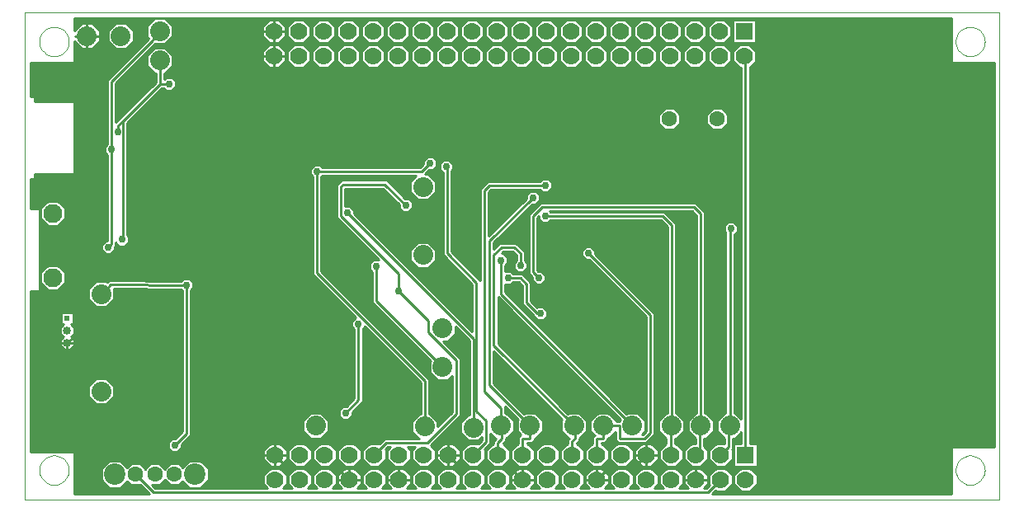
<source format=gbr>
G04 PROTEUS GERBER X2 FILE*
%TF.GenerationSoftware,Labcenter,Proteus,8.16-SP3-Build36097*%
%TF.CreationDate,2025-11-07T09:36:06+00:00*%
%TF.FileFunction,Copper,L2,Bot*%
%TF.FilePolarity,Positive*%
%TF.Part,Single*%
%TF.SameCoordinates,{7cfba198-d274-4d3b-beed-790fb78b42e9}*%
%FSLAX45Y45*%
%MOMM*%
G01*
%TA.AperFunction,Conductor*%
%ADD10C,0.254000*%
%TA.AperFunction,ViaPad*%
%ADD11C,0.762000*%
%TA.AperFunction,ComponentPad*%
%ADD15R,1.778000X1.778000*%
%ADD16C,1.778000*%
%TA.AperFunction,ComponentPad*%
%ADD17C,1.600000*%
%TA.AperFunction,ComponentPad*%
%ADD18C,2.200000*%
%TA.AperFunction,ComponentPad*%
%ADD71C,2.032000*%
%TA.AperFunction,WasherPad*%
%ADD20R,0.601040X0.601040*%
%TA.AperFunction,ComponentPad*%
%ADD21C,0.850000*%
%TA.AperFunction,ComponentPad*%
%ADD72C,1.950000*%
%TA.AperFunction,Profile*%
%ADD30C,0.101600*%
%TD.AperFunction*%
%TA.AperFunction,Conductor*%
G36*
X+9490000Y+4500000D02*
X+9930120Y+4500000D01*
X+9930120Y+550000D01*
X+9490000Y+550000D01*
X+9490000Y+68880D01*
X+7039944Y+68880D01*
X+7072118Y+101054D01*
X+7076552Y+96621D01*
X+7175448Y+96621D01*
X+7245379Y+166552D01*
X+7245379Y+265448D01*
X+7175448Y+335379D01*
X+7076552Y+335379D01*
X+7006621Y+265448D01*
X+7006621Y+166552D01*
X+7011054Y+162118D01*
X+6974865Y+125929D01*
X+6950756Y+125929D01*
X+6991379Y+166552D01*
X+6991379Y+265448D01*
X+6921448Y+335379D01*
X+6822552Y+335379D01*
X+6752621Y+265448D01*
X+6752621Y+166552D01*
X+6793244Y+125929D01*
X+6696756Y+125929D01*
X+6737379Y+166552D01*
X+6737379Y+265448D01*
X+6667448Y+335379D01*
X+6568552Y+335379D01*
X+6498621Y+265448D01*
X+6498621Y+166552D01*
X+6539244Y+125929D01*
X+6442756Y+125929D01*
X+6483379Y+166552D01*
X+6483379Y+265448D01*
X+6413448Y+335379D01*
X+6314552Y+335379D01*
X+6244621Y+265448D01*
X+6244621Y+166552D01*
X+6285244Y+125929D01*
X+6188756Y+125929D01*
X+6229379Y+166552D01*
X+6229379Y+265448D01*
X+6159448Y+335379D01*
X+6060552Y+335379D01*
X+5990621Y+265448D01*
X+5990621Y+166552D01*
X+6031244Y+125929D01*
X+5934756Y+125929D01*
X+5975379Y+166552D01*
X+5975379Y+265448D01*
X+5905448Y+335379D01*
X+5806552Y+335379D01*
X+5736621Y+265448D01*
X+5736621Y+166552D01*
X+5777244Y+125929D01*
X+5680756Y+125929D01*
X+5721379Y+166552D01*
X+5721379Y+265448D01*
X+5651448Y+335379D01*
X+5552552Y+335379D01*
X+5482621Y+265448D01*
X+5482621Y+166552D01*
X+5523244Y+125929D01*
X+5426756Y+125929D01*
X+5467379Y+166552D01*
X+5467379Y+265448D01*
X+5397448Y+335379D01*
X+5298552Y+335379D01*
X+5228621Y+265448D01*
X+5228621Y+166552D01*
X+5269244Y+125929D01*
X+5172756Y+125929D01*
X+5213379Y+166552D01*
X+5213379Y+265448D01*
X+5143448Y+335379D01*
X+5044552Y+335379D01*
X+4974621Y+265448D01*
X+4974621Y+166552D01*
X+5015244Y+125929D01*
X+4918756Y+125929D01*
X+4959379Y+166552D01*
X+4959379Y+265448D01*
X+4889448Y+335379D01*
X+4790552Y+335379D01*
X+4720621Y+265448D01*
X+4720621Y+166552D01*
X+4761244Y+125929D01*
X+4664756Y+125929D01*
X+4705379Y+166552D01*
X+4705379Y+265448D01*
X+4635448Y+335379D01*
X+4536552Y+335379D01*
X+4466621Y+265448D01*
X+4466621Y+166552D01*
X+4507244Y+125929D01*
X+4410756Y+125929D01*
X+4451379Y+166552D01*
X+4451379Y+265448D01*
X+4381448Y+335379D01*
X+4282552Y+335379D01*
X+4212621Y+265448D01*
X+4212621Y+166552D01*
X+4253244Y+125929D01*
X+4156756Y+125929D01*
X+4197379Y+166552D01*
X+4197379Y+265448D01*
X+4127448Y+335379D01*
X+4028552Y+335379D01*
X+3958621Y+265448D01*
X+3958621Y+166552D01*
X+3999244Y+125929D01*
X+3902756Y+125929D01*
X+3943379Y+166552D01*
X+3943379Y+265448D01*
X+3873448Y+335379D01*
X+3774552Y+335379D01*
X+3704621Y+265448D01*
X+3704621Y+166552D01*
X+3745244Y+125929D01*
X+3648756Y+125929D01*
X+3689379Y+166552D01*
X+3689379Y+265448D01*
X+3619448Y+335379D01*
X+3520552Y+335379D01*
X+3450621Y+265448D01*
X+3450621Y+166552D01*
X+3491244Y+125929D01*
X+3394756Y+125929D01*
X+3435379Y+166552D01*
X+3435379Y+265448D01*
X+3365448Y+335379D01*
X+3266552Y+335379D01*
X+3196621Y+265448D01*
X+3196621Y+166552D01*
X+3237244Y+125929D01*
X+3140756Y+125929D01*
X+3181379Y+166552D01*
X+3181379Y+265448D01*
X+3111448Y+335379D01*
X+3012552Y+335379D01*
X+2942621Y+265448D01*
X+2942621Y+166552D01*
X+2983244Y+125929D01*
X+2886756Y+125929D01*
X+2927379Y+166552D01*
X+2927379Y+265448D01*
X+2857448Y+335379D01*
X+2758552Y+335379D01*
X+2688621Y+265448D01*
X+2688621Y+166552D01*
X+2729244Y+125929D01*
X+2632756Y+125929D01*
X+2673379Y+166552D01*
X+2673379Y+265448D01*
X+2603448Y+335379D01*
X+2504552Y+335379D01*
X+2434621Y+265448D01*
X+2434621Y+166552D01*
X+2475244Y+125929D01*
X+1325135Y+125929D01*
X+1291543Y+159521D01*
X+1365762Y+159521D01*
X+1420000Y+213759D01*
X+1474238Y+159521D01*
X+1565762Y+159521D01*
X+1603787Y+197546D01*
X+1671812Y+129521D01*
X+1788188Y+129521D01*
X+1870479Y+211812D01*
X+1870479Y+328188D01*
X+1788188Y+410479D01*
X+1671812Y+410479D01*
X+1603787Y+342454D01*
X+1565762Y+380479D01*
X+1474238Y+380479D01*
X+1420000Y+326241D01*
X+1365762Y+380479D01*
X+1274238Y+380479D01*
X+1220000Y+326241D01*
X+1165762Y+380479D01*
X+1074238Y+380479D01*
X+1036213Y+342454D01*
X+968188Y+410479D01*
X+851812Y+410479D01*
X+769521Y+328188D01*
X+769521Y+211812D01*
X+851812Y+129521D01*
X+968188Y+129521D01*
X+1036213Y+197546D01*
X+1074238Y+159521D01*
X+1165762Y+159521D01*
X+1167588Y+161347D01*
X+1260056Y+68880D01*
X+490000Y+68880D01*
X+490000Y+500000D01*
X+41880Y+500000D01*
X+41880Y+2150000D01*
X+140000Y+2150000D01*
X+140000Y+3000000D01*
X+41880Y+3000000D01*
X+41880Y+3300000D01*
X+90000Y+3300000D01*
X+90000Y+3350000D01*
X+490000Y+3350000D01*
X+490000Y+4100000D01*
X+90000Y+4100000D01*
X+90000Y+4150000D01*
X+41880Y+4150000D01*
X+41880Y+4500000D01*
X+490000Y+4500000D01*
X+490000Y+4713212D01*
X+565291Y+4637921D01*
X+674709Y+4637921D01*
X+752079Y+4715291D01*
X+752079Y+4824709D01*
X+674709Y+4902079D01*
X+565291Y+4902079D01*
X+490000Y+4826788D01*
X+490000Y+4957120D01*
X+9490000Y+4957120D01*
X+9490000Y+4500000D01*
G37*
%TD.AperFunction*%
%LPC*%
G36*
X+7489379Y+4700621D02*
X+7250621Y+4700621D01*
X+7250621Y+4939379D01*
X+7489379Y+4939379D01*
X+7489379Y+4700621D01*
G37*
G36*
X+7235379Y+4869448D02*
X+7235379Y+4770552D01*
X+7165448Y+4700621D01*
X+7066552Y+4700621D01*
X+6996621Y+4770552D01*
X+6996621Y+4869448D01*
X+7066552Y+4939379D01*
X+7165448Y+4939379D01*
X+7235379Y+4869448D01*
G37*
G36*
X+6981379Y+4869448D02*
X+6981379Y+4770552D01*
X+6911448Y+4700621D01*
X+6812552Y+4700621D01*
X+6742621Y+4770552D01*
X+6742621Y+4869448D01*
X+6812552Y+4939379D01*
X+6911448Y+4939379D01*
X+6981379Y+4869448D01*
G37*
G36*
X+6727379Y+4869448D02*
X+6727379Y+4770552D01*
X+6657448Y+4700621D01*
X+6558552Y+4700621D01*
X+6488621Y+4770552D01*
X+6488621Y+4869448D01*
X+6558552Y+4939379D01*
X+6657448Y+4939379D01*
X+6727379Y+4869448D01*
G37*
G36*
X+6473379Y+4869448D02*
X+6473379Y+4770552D01*
X+6403448Y+4700621D01*
X+6304552Y+4700621D01*
X+6234621Y+4770552D01*
X+6234621Y+4869448D01*
X+6304552Y+4939379D01*
X+6403448Y+4939379D01*
X+6473379Y+4869448D01*
G37*
G36*
X+6219379Y+4869448D02*
X+6219379Y+4770552D01*
X+6149448Y+4700621D01*
X+6050552Y+4700621D01*
X+5980621Y+4770552D01*
X+5980621Y+4869448D01*
X+6050552Y+4939379D01*
X+6149448Y+4939379D01*
X+6219379Y+4869448D01*
G37*
G36*
X+5965379Y+4869448D02*
X+5965379Y+4770552D01*
X+5895448Y+4700621D01*
X+5796552Y+4700621D01*
X+5726621Y+4770552D01*
X+5726621Y+4869448D01*
X+5796552Y+4939379D01*
X+5895448Y+4939379D01*
X+5965379Y+4869448D01*
G37*
G36*
X+5711379Y+4869448D02*
X+5711379Y+4770552D01*
X+5641448Y+4700621D01*
X+5542552Y+4700621D01*
X+5472621Y+4770552D01*
X+5472621Y+4869448D01*
X+5542552Y+4939379D01*
X+5641448Y+4939379D01*
X+5711379Y+4869448D01*
G37*
G36*
X+5457379Y+4869448D02*
X+5457379Y+4770552D01*
X+5387448Y+4700621D01*
X+5288552Y+4700621D01*
X+5218621Y+4770552D01*
X+5218621Y+4869448D01*
X+5288552Y+4939379D01*
X+5387448Y+4939379D01*
X+5457379Y+4869448D01*
G37*
G36*
X+5203379Y+4869448D02*
X+5203379Y+4770552D01*
X+5133448Y+4700621D01*
X+5034552Y+4700621D01*
X+4964621Y+4770552D01*
X+4964621Y+4869448D01*
X+5034552Y+4939379D01*
X+5133448Y+4939379D01*
X+5203379Y+4869448D01*
G37*
G36*
X+4949379Y+4869448D02*
X+4949379Y+4770552D01*
X+4879448Y+4700621D01*
X+4780552Y+4700621D01*
X+4710621Y+4770552D01*
X+4710621Y+4869448D01*
X+4780552Y+4939379D01*
X+4879448Y+4939379D01*
X+4949379Y+4869448D01*
G37*
G36*
X+4695379Y+4869448D02*
X+4695379Y+4770552D01*
X+4625448Y+4700621D01*
X+4526552Y+4700621D01*
X+4456621Y+4770552D01*
X+4456621Y+4869448D01*
X+4526552Y+4939379D01*
X+4625448Y+4939379D01*
X+4695379Y+4869448D01*
G37*
G36*
X+4441379Y+4869448D02*
X+4441379Y+4770552D01*
X+4371448Y+4700621D01*
X+4272552Y+4700621D01*
X+4202621Y+4770552D01*
X+4202621Y+4869448D01*
X+4272552Y+4939379D01*
X+4371448Y+4939379D01*
X+4441379Y+4869448D01*
G37*
G36*
X+4187379Y+4869448D02*
X+4187379Y+4770552D01*
X+4117448Y+4700621D01*
X+4018552Y+4700621D01*
X+3948621Y+4770552D01*
X+3948621Y+4869448D01*
X+4018552Y+4939379D01*
X+4117448Y+4939379D01*
X+4187379Y+4869448D01*
G37*
G36*
X+3933379Y+4869448D02*
X+3933379Y+4770552D01*
X+3863448Y+4700621D01*
X+3764552Y+4700621D01*
X+3694621Y+4770552D01*
X+3694621Y+4869448D01*
X+3764552Y+4939379D01*
X+3863448Y+4939379D01*
X+3933379Y+4869448D01*
G37*
G36*
X+3679379Y+4869448D02*
X+3679379Y+4770552D01*
X+3609448Y+4700621D01*
X+3510552Y+4700621D01*
X+3440621Y+4770552D01*
X+3440621Y+4869448D01*
X+3510552Y+4939379D01*
X+3609448Y+4939379D01*
X+3679379Y+4869448D01*
G37*
G36*
X+3425379Y+4869448D02*
X+3425379Y+4770552D01*
X+3355448Y+4700621D01*
X+3256552Y+4700621D01*
X+3186621Y+4770552D01*
X+3186621Y+4869448D01*
X+3256552Y+4939379D01*
X+3355448Y+4939379D01*
X+3425379Y+4869448D01*
G37*
G36*
X+3171379Y+4869448D02*
X+3171379Y+4770552D01*
X+3101448Y+4700621D01*
X+3002552Y+4700621D01*
X+2932621Y+4770552D01*
X+2932621Y+4869448D01*
X+3002552Y+4939379D01*
X+3101448Y+4939379D01*
X+3171379Y+4869448D01*
G37*
G36*
X+2917379Y+4869448D02*
X+2917379Y+4770552D01*
X+2847448Y+4700621D01*
X+2748552Y+4700621D01*
X+2678621Y+4770552D01*
X+2678621Y+4869448D01*
X+2748552Y+4939379D01*
X+2847448Y+4939379D01*
X+2917379Y+4869448D01*
G37*
G36*
X+2663379Y+4869448D02*
X+2663379Y+4770552D01*
X+2593448Y+4700621D01*
X+2494552Y+4700621D01*
X+2424621Y+4770552D01*
X+2424621Y+4869448D01*
X+2494552Y+4939379D01*
X+2593448Y+4939379D01*
X+2663379Y+4869448D01*
G37*
G36*
X+2663379Y+4615448D02*
X+2663379Y+4516552D01*
X+2593448Y+4446621D01*
X+2494552Y+4446621D01*
X+2424621Y+4516552D01*
X+2424621Y+4615448D01*
X+2494552Y+4685379D01*
X+2593448Y+4685379D01*
X+2663379Y+4615448D01*
G37*
G36*
X+2917379Y+4615448D02*
X+2917379Y+4516552D01*
X+2847448Y+4446621D01*
X+2748552Y+4446621D01*
X+2678621Y+4516552D01*
X+2678621Y+4615448D01*
X+2748552Y+4685379D01*
X+2847448Y+4685379D01*
X+2917379Y+4615448D01*
G37*
G36*
X+3171379Y+4615448D02*
X+3171379Y+4516552D01*
X+3101448Y+4446621D01*
X+3002552Y+4446621D01*
X+2932621Y+4516552D01*
X+2932621Y+4615448D01*
X+3002552Y+4685379D01*
X+3101448Y+4685379D01*
X+3171379Y+4615448D01*
G37*
G36*
X+3425379Y+4615448D02*
X+3425379Y+4516552D01*
X+3355448Y+4446621D01*
X+3256552Y+4446621D01*
X+3186621Y+4516552D01*
X+3186621Y+4615448D01*
X+3256552Y+4685379D01*
X+3355448Y+4685379D01*
X+3425379Y+4615448D01*
G37*
G36*
X+3679379Y+4615448D02*
X+3679379Y+4516552D01*
X+3609448Y+4446621D01*
X+3510552Y+4446621D01*
X+3440621Y+4516552D01*
X+3440621Y+4615448D01*
X+3510552Y+4685379D01*
X+3609448Y+4685379D01*
X+3679379Y+4615448D01*
G37*
G36*
X+3933379Y+4615448D02*
X+3933379Y+4516552D01*
X+3863448Y+4446621D01*
X+3764552Y+4446621D01*
X+3694621Y+4516552D01*
X+3694621Y+4615448D01*
X+3764552Y+4685379D01*
X+3863448Y+4685379D01*
X+3933379Y+4615448D01*
G37*
G36*
X+4187379Y+4615448D02*
X+4187379Y+4516552D01*
X+4117448Y+4446621D01*
X+4018552Y+4446621D01*
X+3948621Y+4516552D01*
X+3948621Y+4615448D01*
X+4018552Y+4685379D01*
X+4117448Y+4685379D01*
X+4187379Y+4615448D01*
G37*
G36*
X+4441379Y+4615448D02*
X+4441379Y+4516552D01*
X+4371448Y+4446621D01*
X+4272552Y+4446621D01*
X+4202621Y+4516552D01*
X+4202621Y+4615448D01*
X+4272552Y+4685379D01*
X+4371448Y+4685379D01*
X+4441379Y+4615448D01*
G37*
G36*
X+4695379Y+4615448D02*
X+4695379Y+4516552D01*
X+4625448Y+4446621D01*
X+4526552Y+4446621D01*
X+4456621Y+4516552D01*
X+4456621Y+4615448D01*
X+4526552Y+4685379D01*
X+4625448Y+4685379D01*
X+4695379Y+4615448D01*
G37*
G36*
X+4949379Y+4615448D02*
X+4949379Y+4516552D01*
X+4879448Y+4446621D01*
X+4780552Y+4446621D01*
X+4710621Y+4516552D01*
X+4710621Y+4615448D01*
X+4780552Y+4685379D01*
X+4879448Y+4685379D01*
X+4949379Y+4615448D01*
G37*
G36*
X+5203379Y+4615448D02*
X+5203379Y+4516552D01*
X+5133448Y+4446621D01*
X+5034552Y+4446621D01*
X+4964621Y+4516552D01*
X+4964621Y+4615448D01*
X+5034552Y+4685379D01*
X+5133448Y+4685379D01*
X+5203379Y+4615448D01*
G37*
G36*
X+5457379Y+4615448D02*
X+5457379Y+4516552D01*
X+5387448Y+4446621D01*
X+5288552Y+4446621D01*
X+5218621Y+4516552D01*
X+5218621Y+4615448D01*
X+5288552Y+4685379D01*
X+5387448Y+4685379D01*
X+5457379Y+4615448D01*
G37*
G36*
X+5711379Y+4615448D02*
X+5711379Y+4516552D01*
X+5641448Y+4446621D01*
X+5542552Y+4446621D01*
X+5472621Y+4516552D01*
X+5472621Y+4615448D01*
X+5542552Y+4685379D01*
X+5641448Y+4685379D01*
X+5711379Y+4615448D01*
G37*
G36*
X+5965379Y+4615448D02*
X+5965379Y+4516552D01*
X+5895448Y+4446621D01*
X+5796552Y+4446621D01*
X+5726621Y+4516552D01*
X+5726621Y+4615448D01*
X+5796552Y+4685379D01*
X+5895448Y+4685379D01*
X+5965379Y+4615448D01*
G37*
G36*
X+6219379Y+4615448D02*
X+6219379Y+4516552D01*
X+6149448Y+4446621D01*
X+6050552Y+4446621D01*
X+5980621Y+4516552D01*
X+5980621Y+4615448D01*
X+6050552Y+4685379D01*
X+6149448Y+4685379D01*
X+6219379Y+4615448D01*
G37*
G36*
X+6473379Y+4615448D02*
X+6473379Y+4516552D01*
X+6403448Y+4446621D01*
X+6304552Y+4446621D01*
X+6234621Y+4516552D01*
X+6234621Y+4615448D01*
X+6304552Y+4685379D01*
X+6403448Y+4685379D01*
X+6473379Y+4615448D01*
G37*
G36*
X+6727379Y+4615448D02*
X+6727379Y+4516552D01*
X+6657448Y+4446621D01*
X+6558552Y+4446621D01*
X+6488621Y+4516552D01*
X+6488621Y+4615448D01*
X+6558552Y+4685379D01*
X+6657448Y+4685379D01*
X+6727379Y+4615448D01*
G37*
G36*
X+6981379Y+4615448D02*
X+6981379Y+4516552D01*
X+6911448Y+4446621D01*
X+6812552Y+4446621D01*
X+6742621Y+4516552D01*
X+6742621Y+4615448D01*
X+6812552Y+4685379D01*
X+6911448Y+4685379D01*
X+6981379Y+4615448D01*
G37*
G36*
X+7235379Y+4615448D02*
X+7235379Y+4516552D01*
X+7165448Y+4446621D01*
X+7066552Y+4446621D01*
X+6996621Y+4516552D01*
X+6996621Y+4615448D01*
X+7066552Y+4685379D01*
X+7165448Y+4685379D01*
X+7235379Y+4615448D01*
G37*
G36*
X+7489379Y+4615448D02*
X+7489379Y+4516552D01*
X+7423179Y+4450352D01*
X+7423179Y+589379D01*
X+7499379Y+589379D01*
X+7499379Y+350621D01*
X+7260621Y+350621D01*
X+7260621Y+589379D01*
X+7336821Y+589379D01*
X+7336821Y+700033D01*
X+7274709Y+637921D01*
X+7252977Y+637921D01*
X+7252977Y+535913D01*
X+7240945Y+523881D01*
X+7245379Y+519448D01*
X+7245379Y+420552D01*
X+7175448Y+350621D01*
X+7076552Y+350621D01*
X+7006621Y+420552D01*
X+7006621Y+519448D01*
X+7076552Y+589379D01*
X+7166619Y+589379D01*
X+7166619Y+637921D01*
X+7165291Y+637921D01*
X+7087921Y+715291D01*
X+7087921Y+824709D01*
X+7165291Y+902079D01*
X+7176821Y+902079D01*
X+7176821Y+2749194D01*
X+7160421Y+2765594D01*
X+7160421Y+2822406D01*
X+7200594Y+2862579D01*
X+7257406Y+2862579D01*
X+7297579Y+2822406D01*
X+7297579Y+2765594D01*
X+7263179Y+2731194D01*
X+7263179Y+902079D01*
X+7274709Y+902079D01*
X+7336821Y+839967D01*
X+7336821Y+4446621D01*
X+7320552Y+4446621D01*
X+7250621Y+4516552D01*
X+7250621Y+4615448D01*
X+7320552Y+4685379D01*
X+7419448Y+4685379D01*
X+7489379Y+4615448D01*
G37*
G36*
X+6878532Y+3046782D02*
X+6963179Y+2962135D01*
X+6963179Y+902079D01*
X+6974709Y+902079D01*
X+7052079Y+824709D01*
X+7052079Y+715291D01*
X+6974709Y+637921D01*
X+6953179Y+637921D01*
X+6953179Y+557648D01*
X+6991379Y+519448D01*
X+6991379Y+420552D01*
X+6921448Y+350621D01*
X+6822552Y+350621D01*
X+6752621Y+420552D01*
X+6752621Y+519448D01*
X+6822552Y+589379D01*
X+6866821Y+589379D01*
X+6866821Y+637921D01*
X+6865291Y+637921D01*
X+6787921Y+715291D01*
X+6787921Y+824709D01*
X+6865291Y+902079D01*
X+6876821Y+902079D01*
X+6876821Y+2926365D01*
X+6830115Y+2973071D01*
X+5368914Y+2973071D01*
X+5377806Y+2964179D01*
X+6548385Y+2964179D01*
X+6663179Y+2849385D01*
X+6663179Y+902079D01*
X+6674709Y+902079D01*
X+6752079Y+824709D01*
X+6752079Y+715291D01*
X+6674709Y+637921D01*
X+6653179Y+637921D01*
X+6653179Y+589379D01*
X+6667448Y+589379D01*
X+6737379Y+519448D01*
X+6737379Y+420552D01*
X+6667448Y+350621D01*
X+6568552Y+350621D01*
X+6498621Y+420552D01*
X+6498621Y+519448D01*
X+6566821Y+587648D01*
X+6566821Y+637921D01*
X+6565291Y+637921D01*
X+6487921Y+715291D01*
X+6487921Y+824709D01*
X+6565291Y+902079D01*
X+6576821Y+902079D01*
X+6576821Y+2813615D01*
X+6512615Y+2877821D01*
X+5377806Y+2877821D01*
X+5352406Y+2852421D01*
X+5295594Y+2852421D01*
X+5255421Y+2892594D01*
X+5255421Y+2918357D01*
X+5240179Y+2903115D01*
X+5240179Y+2367385D01*
X+5252985Y+2354579D01*
X+5288906Y+2354579D01*
X+5329079Y+2314406D01*
X+5329079Y+2257594D01*
X+5288906Y+2217421D01*
X+5232094Y+2217421D01*
X+5191921Y+2257594D01*
X+5191921Y+2293515D01*
X+5153821Y+2331615D01*
X+5153821Y+2938885D01*
X+5274365Y+3059429D01*
X+6865885Y+3059429D01*
X+6878532Y+3046782D01*
G37*
G36*
X+6483379Y+519448D02*
X+6483379Y+420552D01*
X+6413448Y+350621D01*
X+6314552Y+350621D01*
X+6244621Y+420552D01*
X+6244621Y+519448D01*
X+6314552Y+589379D01*
X+6413448Y+589379D01*
X+6483379Y+519448D01*
G37*
G36*
X+6229379Y+519448D02*
X+6229379Y+420552D01*
X+6159448Y+350621D01*
X+6060552Y+350621D01*
X+5990621Y+420552D01*
X+5990621Y+519448D01*
X+6060552Y+589379D01*
X+6159448Y+589379D01*
X+6229379Y+519448D01*
G37*
G36*
X+4212157Y+3490915D02*
X+4212157Y+3434103D01*
X+4171984Y+3393930D01*
X+4136063Y+3393930D01*
X+4094212Y+3352079D01*
X+4124709Y+3352079D01*
X+4202079Y+3274709D01*
X+4202079Y+3165291D01*
X+4124709Y+3087921D01*
X+4015291Y+3087921D01*
X+3937921Y+3165291D01*
X+3937921Y+3274709D01*
X+3999314Y+3336102D01*
X+3038055Y+3336102D01*
X+3027428Y+3325475D01*
X+3027428Y+2353270D01*
X+4133179Y+1247519D01*
X+4133179Y+892079D01*
X+4144709Y+892079D01*
X+4222079Y+814709D01*
X+4222079Y+760730D01*
X+4366243Y+904894D01*
X+4366243Y+1279455D01*
X+4324709Y+1237921D01*
X+4215291Y+1237921D01*
X+4137921Y+1315291D01*
X+4137921Y+1424709D01*
X+4146074Y+1432862D01*
X+3546821Y+2032115D01*
X+3546821Y+2349208D01*
X+3521421Y+2374608D01*
X+3521421Y+2431420D01*
X+3561594Y+2471593D01*
X+3617343Y+2471593D01*
X+3184135Y+2904801D01*
X+3184135Y+3240603D01*
X+3234089Y+3290557D01*
X+3697303Y+3290557D01*
X+3885625Y+3102235D01*
X+3921546Y+3102235D01*
X+3961719Y+3062062D01*
X+3961719Y+3005250D01*
X+3921546Y+2965077D01*
X+3864734Y+2965077D01*
X+3824561Y+3005250D01*
X+3824561Y+3041171D01*
X+3661533Y+3204199D01*
X+3270493Y+3204199D01*
X+3270493Y+3021941D01*
X+3324301Y+3021941D01*
X+3364474Y+2981768D01*
X+3364474Y+2945847D01*
X+4576821Y+1733500D01*
X+4576821Y+2220115D01*
X+4274821Y+2522115D01*
X+4274821Y+3365194D01*
X+4239421Y+3400594D01*
X+4239421Y+3457406D01*
X+4279594Y+3497579D01*
X+4336406Y+3497579D01*
X+4376579Y+3457406D01*
X+4376579Y+3400594D01*
X+4361179Y+3385194D01*
X+4361179Y+2557885D01*
X+4656821Y+2262243D01*
X+4656821Y+3203885D01*
X+4734615Y+3281679D01*
X+5270194Y+3281679D01*
X+5295594Y+3307079D01*
X+5352406Y+3307079D01*
X+5392579Y+3266906D01*
X+5392579Y+3210094D01*
X+5352406Y+3169921D01*
X+5295594Y+3169921D01*
X+5270194Y+3195321D01*
X+4770385Y+3195321D01*
X+4743179Y+3168115D01*
X+4743179Y+2718743D01*
X+5128421Y+3103985D01*
X+5128421Y+3139906D01*
X+5168594Y+3180079D01*
X+5225406Y+3180079D01*
X+5265579Y+3139906D01*
X+5265579Y+3083094D01*
X+5225406Y+3042921D01*
X+5189485Y+3042921D01*
X+4795679Y+2649115D01*
X+4795679Y+2580743D01*
X+4861615Y+2646679D01*
X+5024385Y+2646679D01*
X+5113179Y+2557885D01*
X+5113179Y+2466806D01*
X+5138579Y+2441406D01*
X+5138579Y+2384594D01*
X+5098406Y+2344421D01*
X+5041594Y+2344421D01*
X+5001421Y+2384594D01*
X+5001421Y+2441406D01*
X+5026821Y+2466806D01*
X+5026821Y+2522115D01*
X+4988615Y+2560321D01*
X+4897385Y+2560321D01*
X+4874128Y+2537064D01*
X+4896449Y+2537064D01*
X+4936622Y+2496891D01*
X+4936622Y+2440079D01*
X+4911222Y+2414679D01*
X+4911222Y+2351207D01*
X+4914594Y+2354579D01*
X+4971406Y+2354579D01*
X+4996806Y+2329179D01*
X+5087885Y+2329179D01*
X+5176679Y+2240385D01*
X+5176679Y+2049885D01*
X+5241614Y+1984950D01*
X+5245300Y+1988636D01*
X+5302112Y+1988636D01*
X+5342285Y+1948463D01*
X+5342285Y+1891651D01*
X+5302112Y+1851478D01*
X+5245300Y+1851478D01*
X+5205127Y+1891651D01*
X+5205127Y+1899309D01*
X+5090321Y+2014115D01*
X+5090321Y+2204615D01*
X+5052115Y+2242821D01*
X+4996806Y+2242821D01*
X+4971406Y+2217421D01*
X+4914594Y+2217421D01*
X+4911222Y+2220793D01*
X+4911222Y+2139842D01*
X+6157138Y+893926D01*
X+6165291Y+902079D01*
X+6274709Y+902079D01*
X+6352079Y+824709D01*
X+6352079Y+715291D01*
X+6314967Y+678179D01*
X+6322115Y+678179D01*
X+6360321Y+716385D01*
X+6360321Y+1887115D01*
X+5776015Y+2471421D01*
X+5740094Y+2471421D01*
X+5699921Y+2511594D01*
X+5699921Y+2568406D01*
X+5740094Y+2608579D01*
X+5796906Y+2608579D01*
X+5837079Y+2568406D01*
X+5837079Y+2532485D01*
X+6446679Y+1922885D01*
X+6446679Y+680615D01*
X+6357885Y+591821D01*
X+6068115Y+591821D01*
X+6042821Y+617115D01*
X+6042821Y+706033D01*
X+5974709Y+637921D01*
X+5963179Y+637921D01*
X+5963179Y+617115D01*
X+5937885Y+591821D01*
X+5899179Y+591821D01*
X+5899179Y+589379D01*
X+5905448Y+589379D01*
X+5975379Y+519448D01*
X+5975379Y+420552D01*
X+5905448Y+350621D01*
X+5806552Y+350621D01*
X+5736621Y+420552D01*
X+5736621Y+519448D01*
X+5806552Y+589379D01*
X+5812821Y+589379D01*
X+5812821Y+652885D01*
X+5831574Y+671638D01*
X+5787921Y+715291D01*
X+5787921Y+824709D01*
X+5865291Y+902079D01*
X+5974709Y+902079D01*
X+6052079Y+824709D01*
X+6052079Y+813179D01*
X+6087921Y+813179D01*
X+6087921Y+824709D01*
X+6096074Y+832862D01*
X+4840750Y+2088186D01*
X+4840750Y+1610314D01*
X+5557138Y+893926D01*
X+5565291Y+902079D01*
X+5674709Y+902079D01*
X+5752079Y+824709D01*
X+5752079Y+715291D01*
X+5674709Y+637921D01*
X+5673179Y+637921D01*
X+5673179Y+617115D01*
X+5645443Y+589379D01*
X+5651448Y+589379D01*
X+5721379Y+519448D01*
X+5721379Y+420552D01*
X+5651448Y+350621D01*
X+5552552Y+350621D01*
X+5482621Y+420552D01*
X+5482621Y+519448D01*
X+5552552Y+589379D01*
X+5558821Y+589379D01*
X+5558821Y+624885D01*
X+5571857Y+637921D01*
X+5565291Y+637921D01*
X+5487921Y+715291D01*
X+5487921Y+824709D01*
X+5496073Y+832861D01*
X+4795679Y+1533255D01*
X+4795679Y+1205385D01*
X+5107138Y+893926D01*
X+5115291Y+902079D01*
X+5224709Y+902079D01*
X+5302079Y+824709D01*
X+5302079Y+715291D01*
X+5224709Y+637921D01*
X+5213179Y+637921D01*
X+5213179Y+617115D01*
X+5187885Y+591821D01*
X+5137179Y+591821D01*
X+5137179Y+589379D01*
X+5143448Y+589379D01*
X+5213379Y+519448D01*
X+5213379Y+420552D01*
X+5143448Y+350621D01*
X+5044552Y+350621D01*
X+4974621Y+420552D01*
X+4974621Y+519448D01*
X+5044552Y+589379D01*
X+5050821Y+589379D01*
X+5050821Y+652885D01*
X+5075574Y+677638D01*
X+5037921Y+715291D01*
X+5037921Y+824709D01*
X+5046074Y+832862D01*
X+4913179Y+965757D01*
X+4913179Y+902079D01*
X+4924709Y+902079D01*
X+5002079Y+824709D01*
X+5002079Y+715291D01*
X+4924709Y+637921D01*
X+4923179Y+637921D01*
X+4923179Y+617115D01*
X+4892445Y+586381D01*
X+4959379Y+519448D01*
X+4959379Y+420552D01*
X+4889448Y+350621D01*
X+4790552Y+350621D01*
X+4720621Y+420552D01*
X+4720621Y+519448D01*
X+4790552Y+589379D01*
X+4796821Y+589379D01*
X+4796821Y+612885D01*
X+4821857Y+637921D01*
X+4815291Y+637921D01*
X+4763179Y+690033D01*
X+4763179Y+586115D01*
X+4700945Y+523881D01*
X+4705379Y+519448D01*
X+4705379Y+420552D01*
X+4635448Y+350621D01*
X+4536552Y+350621D01*
X+4466621Y+420552D01*
X+4466621Y+519448D01*
X+4536552Y+589379D01*
X+4635448Y+589379D01*
X+4639881Y+584945D01*
X+4676821Y+621885D01*
X+4676821Y+650033D01*
X+4644709Y+617921D01*
X+4535291Y+617921D01*
X+4457921Y+695291D01*
X+4457921Y+804709D01*
X+4535291Y+882079D01*
X+4546821Y+882079D01*
X+4546821Y+1641372D01*
X+4402079Y+1786114D01*
X+4402079Y+1715291D01*
X+4324709Y+1637921D01*
X+4275718Y+1637921D01*
X+4452601Y+1461038D01*
X+4452601Y+869124D01*
X+4150152Y+566675D01*
X+4197379Y+519448D01*
X+4197379Y+420552D01*
X+4127448Y+350621D01*
X+4028552Y+350621D01*
X+3958621Y+420552D01*
X+3958621Y+519448D01*
X+3988330Y+549157D01*
X+3913670Y+549157D01*
X+3943379Y+519448D01*
X+3943379Y+420552D01*
X+3873448Y+350621D01*
X+3774552Y+350621D01*
X+3704621Y+420552D01*
X+3704621Y+519448D01*
X+3734330Y+549157D01*
X+3710221Y+549157D01*
X+3684945Y+523881D01*
X+3689379Y+519448D01*
X+3689379Y+420552D01*
X+3619448Y+350621D01*
X+3520552Y+350621D01*
X+3450621Y+420552D01*
X+3450621Y+519448D01*
X+3520552Y+589379D01*
X+3619448Y+589379D01*
X+3623881Y+584945D01*
X+3674451Y+635515D01*
X+4027697Y+635515D01*
X+3957921Y+705291D01*
X+3957921Y+814709D01*
X+4035291Y+892079D01*
X+4046821Y+892079D01*
X+4046821Y+1211749D01*
X+3475187Y+1783382D01*
X+3451913Y+1760108D01*
X+3451913Y+1014155D01*
X+3344734Y+906976D01*
X+3344734Y+871055D01*
X+3304561Y+830882D01*
X+3247749Y+830882D01*
X+3207576Y+871055D01*
X+3207576Y+927867D01*
X+3247749Y+968040D01*
X+3283670Y+968040D01*
X+3365555Y+1049925D01*
X+3365555Y+1760108D01*
X+3340155Y+1785508D01*
X+3340155Y+1842320D01*
X+3378202Y+1880367D01*
X+2941070Y+2317500D01*
X+2941070Y+3325475D01*
X+2915670Y+3350875D01*
X+2915670Y+3407687D01*
X+2955843Y+3447860D01*
X+3012655Y+3447860D01*
X+3038055Y+3422460D01*
X+4042465Y+3422460D01*
X+4074999Y+3454994D01*
X+4074999Y+3490915D01*
X+4115172Y+3531088D01*
X+4171984Y+3531088D01*
X+4212157Y+3490915D01*
G37*
G36*
X+5467379Y+519448D02*
X+5467379Y+420552D01*
X+5397448Y+350621D01*
X+5298552Y+350621D01*
X+5228621Y+420552D01*
X+5228621Y+519448D01*
X+5298552Y+589379D01*
X+5397448Y+589379D01*
X+5467379Y+519448D01*
G37*
G36*
X+4451379Y+519448D02*
X+4451379Y+420552D01*
X+4381448Y+350621D01*
X+4282552Y+350621D01*
X+4212621Y+420552D01*
X+4212621Y+519448D01*
X+4282552Y+589379D01*
X+4381448Y+589379D01*
X+4451379Y+519448D01*
G37*
G36*
X+3435379Y+519448D02*
X+3435379Y+420552D01*
X+3365448Y+350621D01*
X+3266552Y+350621D01*
X+3196621Y+420552D01*
X+3196621Y+519448D01*
X+3266552Y+589379D01*
X+3365448Y+589379D01*
X+3435379Y+519448D01*
G37*
G36*
X+3181379Y+519448D02*
X+3181379Y+420552D01*
X+3111448Y+350621D01*
X+3012552Y+350621D01*
X+2942621Y+420552D01*
X+2942621Y+519448D01*
X+3012552Y+589379D01*
X+3111448Y+589379D01*
X+3181379Y+519448D01*
G37*
G36*
X+2927379Y+519448D02*
X+2927379Y+420552D01*
X+2857448Y+350621D01*
X+2758552Y+350621D01*
X+2688621Y+420552D01*
X+2688621Y+519448D01*
X+2758552Y+589379D01*
X+2857448Y+589379D01*
X+2927379Y+519448D01*
G37*
G36*
X+2673379Y+519448D02*
X+2673379Y+420552D01*
X+2603448Y+350621D01*
X+2504552Y+350621D01*
X+2434621Y+420552D01*
X+2434621Y+519448D01*
X+2504552Y+589379D01*
X+2603448Y+589379D01*
X+2673379Y+519448D01*
G37*
G36*
X+7499379Y+265448D02*
X+7499379Y+166552D01*
X+7429448Y+96621D01*
X+7330552Y+96621D01*
X+7260621Y+166552D01*
X+7260621Y+265448D01*
X+7330552Y+335379D01*
X+7429448Y+335379D01*
X+7499379Y+265448D01*
G37*
G36*
X+7200479Y+3965762D02*
X+7200479Y+3874238D01*
X+7135762Y+3809521D01*
X+7044238Y+3809521D01*
X+6979521Y+3874238D01*
X+6979521Y+3965762D01*
X+7044238Y+4030479D01*
X+7135762Y+4030479D01*
X+7200479Y+3965762D01*
G37*
G36*
X+6710479Y+3965762D02*
X+6710479Y+3874238D01*
X+6645762Y+3809521D01*
X+6554238Y+3809521D01*
X+6489521Y+3874238D01*
X+6489521Y+3965762D01*
X+6554238Y+4030479D01*
X+6645762Y+4030479D01*
X+6710479Y+3965762D01*
G37*
G36*
X+637921Y+1065291D02*
X+637921Y+1174709D01*
X+715291Y+1252079D01*
X+824709Y+1252079D01*
X+902079Y+1174709D01*
X+902079Y+1065291D01*
X+824709Y+987921D01*
X+715291Y+987921D01*
X+637921Y+1065291D01*
G37*
G36*
X+480531Y+1809469D02*
X+458739Y+1809469D01*
X+492979Y+1775229D01*
X+492979Y+1714771D01*
X+460708Y+1682500D01*
X+492979Y+1650229D01*
X+492979Y+1589771D01*
X+450229Y+1547021D01*
X+389771Y+1547021D01*
X+347021Y+1589771D01*
X+347021Y+1650229D01*
X+379292Y+1682500D01*
X+347021Y+1714771D01*
X+347021Y+1775229D01*
X+381261Y+1809469D01*
X+359469Y+1809469D01*
X+359469Y+1930531D01*
X+480531Y+1930531D01*
X+480531Y+1809469D01*
G37*
G36*
X+1710499Y+2241583D02*
X+1710499Y+2184771D01*
X+1685099Y+2159371D01*
X+1685099Y+672938D01*
X+1590817Y+578656D01*
X+1590817Y+542735D01*
X+1550644Y+502562D01*
X+1493832Y+502562D01*
X+1453659Y+542735D01*
X+1453659Y+599547D01*
X+1493832Y+639720D01*
X+1529753Y+639720D01*
X+1598741Y+708708D01*
X+1598741Y+2159371D01*
X+1587935Y+2170176D01*
X+902079Y+2173575D01*
X+902079Y+2065291D01*
X+824709Y+1987921D01*
X+715291Y+1987921D01*
X+637921Y+2065291D01*
X+637921Y+2174709D01*
X+715291Y+2252079D01*
X+824709Y+2252079D01*
X+832862Y+2243926D01*
X+849132Y+2260196D01*
X+1588451Y+2256693D01*
X+1613514Y+2281756D01*
X+1670326Y+2281756D01*
X+1710499Y+2241583D01*
G37*
G36*
X+2837921Y+715291D02*
X+2837921Y+824709D01*
X+2915291Y+902079D01*
X+3024709Y+902079D01*
X+3102079Y+824709D01*
X+3102079Y+715291D01*
X+3024709Y+637921D01*
X+2915291Y+637921D01*
X+2837921Y+715291D01*
G37*
G36*
X+3937921Y+2465291D02*
X+3937921Y+2574709D01*
X+4015291Y+2652079D01*
X+4124709Y+2652079D01*
X+4202079Y+2574709D01*
X+4202079Y+2465291D01*
X+4124709Y+2387921D01*
X+4015291Y+2387921D01*
X+3937921Y+2465291D01*
G37*
G36*
X+1502079Y+4874709D02*
X+1502079Y+4765291D01*
X+1424709Y+4687921D01*
X+1322147Y+4687921D01*
X+916234Y+4282008D01*
X+916234Y+3885862D01*
X+1326821Y+4296448D01*
X+1326821Y+4387921D01*
X+1315291Y+4387921D01*
X+1237921Y+4465291D01*
X+1237921Y+4574709D01*
X+1315291Y+4652079D01*
X+1424709Y+4652079D01*
X+1502079Y+4574709D01*
X+1502079Y+4465291D01*
X+1424709Y+4387921D01*
X+1413179Y+4387921D01*
X+1413179Y+4323844D01*
X+1436392Y+4347057D01*
X+1493204Y+4347057D01*
X+1533377Y+4306884D01*
X+1533377Y+4250072D01*
X+1493204Y+4209899D01*
X+1436392Y+4209899D01*
X+1410907Y+4235384D01*
X+1387884Y+4235384D01*
X+1033897Y+3881397D01*
X+1033897Y+2724035D01*
X+1048595Y+2709337D01*
X+1048595Y+2652525D01*
X+1008422Y+2612352D01*
X+951610Y+2612352D01*
X+916235Y+2647727D01*
X+916235Y+2615171D01*
X+908579Y+2607515D01*
X+908579Y+2571594D01*
X+868406Y+2531421D01*
X+811594Y+2531421D01*
X+771421Y+2571594D01*
X+771421Y+2628406D01*
X+811594Y+2668579D01*
X+829877Y+2668579D01*
X+829877Y+3551601D01*
X+804477Y+3577001D01*
X+804477Y+3633813D01*
X+829877Y+3659213D01*
X+829878Y+4317780D01*
X+1257655Y+4745557D01*
X+1237921Y+4765291D01*
X+1237921Y+4874709D01*
X+1315291Y+4952079D01*
X+1424709Y+4952079D01*
X+1502079Y+4874709D01*
G37*
G36*
X+837921Y+4715291D02*
X+837921Y+4824709D01*
X+915291Y+4902079D01*
X+1024709Y+4902079D01*
X+1102079Y+4824709D01*
X+1102079Y+4715291D01*
X+1024709Y+4637921D01*
X+915291Y+4637921D01*
X+837921Y+4715291D01*
G37*
G36*
X+218989Y+3077979D02*
X+325011Y+3077979D01*
X+399979Y+3003011D01*
X+399979Y+2896989D01*
X+325011Y+2822021D01*
X+218989Y+2822021D01*
X+144021Y+2896989D01*
X+144021Y+3003011D01*
X+218989Y+3077979D01*
G37*
G36*
X+218989Y+2417979D02*
X+325011Y+2417979D01*
X+399979Y+2343011D01*
X+399979Y+2236989D01*
X+325011Y+2162021D01*
X+218989Y+2162021D01*
X+144021Y+2236989D01*
X+144021Y+2343011D01*
X+218989Y+2417979D01*
G37*
G36*
X+4403250Y+2717349D02*
X+4403250Y+2743651D01*
X+4421849Y+2762250D01*
X+4448151Y+2762250D01*
X+4466750Y+2743651D01*
X+4466750Y+2717349D01*
X+4448151Y+2698750D01*
X+4421849Y+2698750D01*
X+4403250Y+2717349D01*
G37*
G36*
X+5673250Y+3606349D02*
X+5673250Y+3632651D01*
X+5691849Y+3651250D01*
X+5718151Y+3651250D01*
X+5736750Y+3632651D01*
X+5736750Y+3606349D01*
X+5718151Y+3587750D01*
X+5691849Y+3587750D01*
X+5673250Y+3606349D01*
G37*
G36*
X+4593750Y+3606349D02*
X+4593750Y+3632651D01*
X+4612349Y+3651250D01*
X+4638651Y+3651250D01*
X+4657250Y+3632651D01*
X+4657250Y+3606349D01*
X+4638651Y+3587750D01*
X+4612349Y+3587750D01*
X+4593750Y+3606349D01*
G37*
G36*
X+5673250Y+3288849D02*
X+5673250Y+3315151D01*
X+5691849Y+3333750D01*
X+5718151Y+3333750D01*
X+5736750Y+3315151D01*
X+5736750Y+3288849D01*
X+5718151Y+3270250D01*
X+5691849Y+3270250D01*
X+5673250Y+3288849D01*
G37*
G36*
X+466250Y+4368349D02*
X+466250Y+4394651D01*
X+484849Y+4413250D01*
X+511151Y+4413250D01*
X+529750Y+4394651D01*
X+529750Y+4368349D01*
X+511151Y+4349750D01*
X+484849Y+4349750D01*
X+466250Y+4368349D01*
G37*
G36*
X+656750Y+3034849D02*
X+656750Y+3061151D01*
X+675349Y+3079750D01*
X+701651Y+3079750D01*
X+720250Y+3061151D01*
X+720250Y+3034849D01*
X+701651Y+3016250D01*
X+675349Y+3016250D01*
X+656750Y+3034849D01*
G37*
G36*
X+593250Y+3415849D02*
X+593250Y+3442151D01*
X+611849Y+3460750D01*
X+638151Y+3460750D01*
X+656750Y+3442151D01*
X+656750Y+3415849D01*
X+638151Y+3397250D01*
X+611849Y+3397250D01*
X+593250Y+3415849D01*
G37*
G36*
X+2998250Y+3656849D02*
X+2998250Y+3683151D01*
X+3016849Y+3701750D01*
X+3043151Y+3701750D01*
X+3061750Y+3683151D01*
X+3061750Y+3656849D01*
X+3043151Y+3638250D01*
X+3016849Y+3638250D01*
X+2998250Y+3656849D01*
G37*
%LPD*%
D10*
X+2984249Y+3379281D02*
X+2984249Y+2335385D01*
X+4090000Y+1229634D01*
X+4090000Y+760000D01*
X+5920000Y+770000D02*
X+6086000Y+770000D01*
X+6086000Y+635000D01*
X+5768500Y+2540000D02*
X+6403500Y+1905000D01*
X+6403500Y+698500D01*
X+6340000Y+635000D01*
X+6086000Y+635000D01*
X+5170000Y+770000D02*
X+4752500Y+1187500D01*
X+4752500Y+2667000D01*
X+5197000Y+3111500D01*
X+5133500Y+2032000D02*
X+5133500Y+2222500D01*
X+5070000Y+2286000D01*
X+4943000Y+2286000D01*
X+6220000Y+770000D02*
X+6118400Y+871600D01*
X+4868043Y+2121957D01*
X+4868043Y+2468485D01*
X+5620000Y+770000D02*
X+4797571Y+1592429D01*
X+4797571Y+2521571D01*
X+4879500Y+2603500D01*
X+5006500Y+2603500D01*
X+5070000Y+2540000D01*
X+5070000Y+2413000D01*
X+1641920Y+2213177D02*
X+1641920Y+690823D01*
X+1522238Y+571141D01*
X+770000Y+2120000D02*
X+866930Y+2216930D01*
X+1641920Y+2213177D01*
X+5070000Y+3810000D02*
X+5070000Y+4064000D01*
X+5006500Y+4127500D01*
X+4816000Y+4127500D01*
X+4689000Y+4000500D01*
X+2593500Y+4000500D01*
X+2530000Y+4064000D01*
X+2554000Y+470000D02*
X+2681000Y+343000D01*
X+3189000Y+343000D01*
X+3316000Y+216000D01*
X+625000Y+2476500D02*
X+625000Y+1825000D01*
X+420000Y+1620000D01*
X+625000Y+2476500D02*
X+1577500Y+2476500D01*
X+1768000Y+2286000D01*
X+4332000Y+470000D02*
X+4459000Y+343000D01*
X+4967000Y+343000D01*
X+5094000Y+216000D01*
X+1895000Y+3365500D02*
X+1895000Y+2413000D01*
X+1768000Y+2286000D01*
X+6364000Y+470000D02*
X+6237000Y+343000D01*
X+5983000Y+343000D01*
X+5856000Y+216000D01*
X+625000Y+3429000D02*
X+498000Y+3556000D01*
X+498000Y+4381500D01*
X+2212500Y+3365500D02*
X+2212500Y+3746500D01*
X+2530000Y+4064000D01*
X+2720500Y+1524000D02*
X+2212500Y+1524000D01*
X+2149000Y+1587500D01*
X+1820000Y+1587500D01*
X+5070000Y+3810000D02*
X+4816000Y+3810000D01*
X+4625500Y+3619500D01*
X+498000Y+4381500D02*
X+620000Y+4503500D01*
X+620000Y+4770000D01*
X+1820000Y+1587500D02*
X+1820000Y+2234000D01*
X+1768000Y+2286000D01*
X+625000Y+3429000D02*
X+625000Y+3238500D01*
X+688500Y+3175000D01*
X+688500Y+3048000D01*
X+4625500Y+3619500D02*
X+4625500Y+2921000D01*
X+4435000Y+2730500D01*
X+5705000Y+3302000D02*
X+5705000Y+3619500D01*
X+5070000Y+3810000D02*
X+5133500Y+3746500D01*
X+5705000Y+3746500D01*
X+688500Y+3048000D02*
X+688500Y+2540000D01*
X+625000Y+2476500D01*
X+2544000Y+4566000D02*
X+2544000Y+4820000D01*
X+5705000Y+3746500D02*
X+5705000Y+3619500D01*
X+2544000Y+4566000D02*
X+2544000Y+4254500D01*
X+2530000Y+4240500D01*
X+2530000Y+4064000D01*
X+6920000Y+770000D02*
X+6920000Y+2944250D01*
X+6848000Y+3016250D01*
X+5292250Y+3016250D01*
X+5197000Y+2921000D01*
X+5197000Y+2349500D01*
X+5260500Y+2286000D01*
X+7220000Y+770000D02*
X+7220000Y+2785000D01*
X+7229000Y+2794000D01*
X+3276155Y+899461D02*
X+3408734Y+1032040D01*
X+3408734Y+1813914D01*
X+6620000Y+770000D02*
X+6620000Y+2831500D01*
X+6530500Y+2921000D01*
X+5324000Y+2921000D01*
X+1370000Y+4820000D02*
X+1291562Y+4718400D01*
X+873056Y+4299894D01*
X+873056Y+3605407D01*
X+873056Y+2633056D01*
X+840000Y+2600000D01*
X+990718Y+3899282D02*
X+1370000Y+4278563D01*
X+941637Y+3787630D02*
X+941637Y+3850201D01*
X+990718Y+3899282D01*
X+980016Y+2680931D02*
X+990718Y+2691633D01*
X+990718Y+3899282D01*
X+1370000Y+4278563D02*
X+1370000Y+4520000D01*
X+1464798Y+4278478D02*
X+1464713Y+4278563D01*
X+1370000Y+4278563D01*
X+3030000Y+3670000D02*
X+2517000Y+3670000D01*
X+2212500Y+3365500D01*
X+1895000Y+3365500D01*
X+4603000Y+487000D02*
X+4586000Y+470000D01*
X+4270000Y+1370000D02*
X+3590000Y+2050000D01*
X+3590000Y+2403014D01*
X+3295895Y+2953362D02*
X+4590000Y+1659257D01*
X+4590000Y+750000D01*
X+3893140Y+3033656D02*
X+3679418Y+3247378D01*
X+3251974Y+3247378D01*
X+3227314Y+3222718D01*
X+3227314Y+2922686D01*
X+3817219Y+2332781D01*
X+3817219Y+2150000D01*
X+4603000Y+487000D02*
X+4603000Y+507000D01*
X+5133500Y+2032000D02*
X+5245443Y+1920057D01*
X+5273706Y+1920057D01*
X+4870000Y+770000D02*
X+4870000Y+952500D01*
X+4700000Y+1122500D01*
X+4700000Y+3186000D01*
X+4752500Y+3238500D01*
X+5324000Y+3238500D01*
X+4308000Y+3429000D02*
X+4318000Y+3429000D01*
X+4318000Y+2540000D01*
X+4620000Y+2238000D01*
X+4620000Y+918500D01*
X+4720000Y+818500D01*
X+4720000Y+604000D01*
X+4603000Y+487000D01*
X+3817219Y+2150000D02*
X+4123049Y+1844170D01*
X+4123049Y+1729526D01*
X+4409422Y+1443153D01*
X+4409422Y+887009D01*
X+4114749Y+592336D01*
X+3692336Y+592336D01*
X+3570000Y+470000D01*
X+5920000Y+770000D02*
X+5920000Y+635000D01*
X+5856000Y+635000D01*
X+5856000Y+470000D01*
X+5170000Y+770000D02*
X+5170000Y+635000D01*
X+5094000Y+635000D01*
X+5094000Y+470000D01*
X+5620000Y+770000D02*
X+5630000Y+770000D01*
X+5630000Y+635000D01*
X+5602000Y+607000D01*
X+5602000Y+470000D01*
X+7370000Y+4566000D02*
X+7380000Y+4566000D01*
X+7380000Y+470000D01*
X+7126000Y+216000D02*
X+6992750Y+82750D01*
X+1307250Y+82750D01*
X+1120000Y+270000D01*
X+4870000Y+770000D02*
X+4880000Y+770000D01*
X+4880000Y+635000D01*
X+4840000Y+595000D01*
X+4840000Y+470000D01*
X+7126000Y+470000D02*
X+7209798Y+553798D01*
X+7209798Y+668400D01*
X+7209798Y+770000D01*
X+7220000Y+770000D01*
X+6872000Y+470000D02*
X+6910000Y+508000D01*
X+6910000Y+668400D01*
X+6910000Y+770000D01*
X+6920000Y+770000D01*
X+6620000Y+770000D02*
X+6610000Y+770000D01*
X+6610000Y+478000D01*
X+6618000Y+470000D01*
X+2554000Y+470000D02*
X+2554000Y+635000D01*
X+2720500Y+635000D01*
X+2984249Y+3379281D02*
X+4060350Y+3379281D01*
X+4143578Y+3462509D01*
D11*
X+5768500Y+2540000D03*
X+5197000Y+3111500D03*
X+4943000Y+2286000D03*
X+4868043Y+2468485D03*
X+5070000Y+2413000D03*
X+1522238Y+571141D03*
X+1641920Y+2213177D03*
X+4435000Y+2730500D03*
X+5705000Y+3619500D03*
X+4625500Y+3619500D03*
X+5705000Y+3302000D03*
X+498000Y+4381500D03*
X+688500Y+3048000D03*
X+625000Y+3429000D03*
X+5260500Y+2286000D03*
X+7229000Y+2794000D03*
X+3408734Y+1813914D03*
X+3276155Y+899461D03*
X+5324000Y+2921000D03*
X+840000Y+2600000D03*
X+873056Y+3605407D03*
X+980016Y+2680931D03*
X+941637Y+3787630D03*
X+1464798Y+4278478D03*
X+3030000Y+3670000D03*
X+3590000Y+2403014D03*
X+3295895Y+2953362D03*
X+3893140Y+3033656D03*
X+3817219Y+2150000D03*
X+5273706Y+1920057D03*
X+5324000Y+3238500D03*
X+4308000Y+3429000D03*
X+2984249Y+3379281D03*
X+4143578Y+3462509D03*
D10*
X+9490000Y+4500000D02*
X+9930120Y+4500000D01*
X+9930120Y+550000D01*
X+9490000Y+550000D01*
X+9490000Y+68880D01*
X+7039944Y+68880D01*
X+7072118Y+101054D01*
X+7076552Y+96621D01*
X+7175448Y+96621D01*
X+7245379Y+166552D01*
X+7245379Y+265448D01*
X+7175448Y+335379D01*
X+7076552Y+335379D01*
X+7006621Y+265448D01*
X+7006621Y+166552D01*
X+7011054Y+162118D01*
X+6974865Y+125929D01*
X+6950756Y+125929D01*
X+6991379Y+166552D01*
X+6991379Y+265448D01*
X+6921448Y+335379D01*
X+6822552Y+335379D01*
X+6752621Y+265448D01*
X+6752621Y+166552D01*
X+6793244Y+125929D01*
X+6696756Y+125929D01*
X+6737379Y+166552D01*
X+6737379Y+265448D01*
X+6667448Y+335379D01*
X+6568552Y+335379D01*
X+6498621Y+265448D01*
X+6498621Y+166552D01*
X+6539244Y+125929D01*
X+6442756Y+125929D01*
X+6483379Y+166552D01*
X+6483379Y+265448D01*
X+6413448Y+335379D01*
X+6314552Y+335379D01*
X+6244621Y+265448D01*
X+6244621Y+166552D01*
X+6285244Y+125929D01*
X+6188756Y+125929D01*
X+6229379Y+166552D01*
X+6229379Y+265448D01*
X+6159448Y+335379D01*
X+6060552Y+335379D01*
X+5990621Y+265448D01*
X+5990621Y+166552D01*
X+6031244Y+125929D01*
X+5934756Y+125929D01*
X+5975379Y+166552D01*
X+5975379Y+265448D01*
X+5905448Y+335379D01*
X+5806552Y+335379D01*
X+5736621Y+265448D01*
X+5736621Y+166552D01*
X+5777244Y+125929D01*
X+5680756Y+125929D01*
X+5721379Y+166552D01*
X+5721379Y+265448D01*
X+5651448Y+335379D01*
X+5552552Y+335379D01*
X+5482621Y+265448D01*
X+5482621Y+166552D01*
X+5523244Y+125929D01*
X+5426756Y+125929D01*
X+5467379Y+166552D01*
X+5467379Y+265448D01*
X+5397448Y+335379D01*
X+5298552Y+335379D01*
X+5228621Y+265448D01*
X+5228621Y+166552D01*
X+5269244Y+125929D01*
X+5172756Y+125929D01*
X+5213379Y+166552D01*
X+5213379Y+265448D01*
X+5143448Y+335379D01*
X+5044552Y+335379D01*
X+4974621Y+265448D01*
X+4974621Y+166552D01*
X+5015244Y+125929D01*
X+4918756Y+125929D01*
X+4959379Y+166552D01*
X+4959379Y+265448D01*
X+4889448Y+335379D01*
X+4790552Y+335379D01*
X+4720621Y+265448D01*
X+4720621Y+166552D01*
X+4761244Y+125929D01*
X+4664756Y+125929D01*
X+4705379Y+166552D01*
X+4705379Y+265448D01*
X+4635448Y+335379D01*
X+4536552Y+335379D01*
X+4466621Y+265448D01*
X+4466621Y+166552D01*
X+4507244Y+125929D01*
X+4410756Y+125929D01*
X+4451379Y+166552D01*
X+4451379Y+265448D01*
X+4381448Y+335379D01*
X+4282552Y+335379D01*
X+4212621Y+265448D01*
X+4212621Y+166552D01*
X+4253244Y+125929D01*
X+4156756Y+125929D01*
X+4197379Y+166552D01*
X+4197379Y+265448D01*
X+4127448Y+335379D01*
X+4028552Y+335379D01*
X+3958621Y+265448D01*
X+3958621Y+166552D01*
X+3999244Y+125929D01*
X+3902756Y+125929D01*
X+3943379Y+166552D01*
X+3943379Y+265448D01*
X+3873448Y+335379D01*
X+3774552Y+335379D01*
X+3704621Y+265448D01*
X+3704621Y+166552D01*
X+3745244Y+125929D01*
X+3648756Y+125929D01*
X+3689379Y+166552D01*
X+3689379Y+265448D01*
X+3619448Y+335379D01*
X+3520552Y+335379D01*
X+3450621Y+265448D01*
X+3450621Y+166552D01*
X+3491244Y+125929D01*
X+3394756Y+125929D01*
X+3435379Y+166552D01*
X+3435379Y+265448D01*
X+3365448Y+335379D01*
X+3266552Y+335379D01*
X+3196621Y+265448D01*
X+3196621Y+166552D01*
X+3237244Y+125929D01*
X+3140756Y+125929D01*
X+3181379Y+166552D01*
X+3181379Y+265448D01*
X+3111448Y+335379D01*
X+3012552Y+335379D01*
X+2942621Y+265448D01*
X+2942621Y+166552D01*
X+2983244Y+125929D01*
X+2886756Y+125929D01*
X+2927379Y+166552D01*
X+2927379Y+265448D01*
X+2857448Y+335379D01*
X+2758552Y+335379D01*
X+2688621Y+265448D01*
X+2688621Y+166552D01*
X+2729244Y+125929D01*
X+2632756Y+125929D01*
X+2673379Y+166552D01*
X+2673379Y+265448D01*
X+2603448Y+335379D01*
X+2504552Y+335379D01*
X+2434621Y+265448D01*
X+2434621Y+166552D01*
X+2475244Y+125929D01*
X+1325135Y+125929D01*
X+1291543Y+159521D01*
X+1365762Y+159521D01*
X+1420000Y+213759D01*
X+1474238Y+159521D01*
X+1565762Y+159521D01*
X+1603787Y+197546D01*
X+1671812Y+129521D01*
X+1788188Y+129521D01*
X+1870479Y+211812D01*
X+1870479Y+328188D01*
X+1788188Y+410479D01*
X+1671812Y+410479D01*
X+1603787Y+342454D01*
X+1565762Y+380479D01*
X+1474238Y+380479D01*
X+1420000Y+326241D01*
X+1365762Y+380479D01*
X+1274238Y+380479D01*
X+1220000Y+326241D01*
X+1165762Y+380479D01*
X+1074238Y+380479D01*
X+1036213Y+342454D01*
X+968188Y+410479D01*
X+851812Y+410479D01*
X+769521Y+328188D01*
X+769521Y+211812D01*
X+851812Y+129521D01*
X+968188Y+129521D01*
X+1036213Y+197546D01*
X+1074238Y+159521D01*
X+1165762Y+159521D01*
X+1167588Y+161347D01*
X+1260056Y+68880D01*
X+490000Y+68880D01*
X+490000Y+500000D01*
X+41880Y+500000D01*
X+41880Y+2150000D01*
X+140000Y+2150000D01*
X+140000Y+3000000D01*
X+41880Y+3000000D01*
X+41880Y+3300000D01*
X+90000Y+3300000D01*
X+90000Y+3350000D01*
X+490000Y+3350000D01*
X+490000Y+4100000D01*
X+90000Y+4100000D01*
X+90000Y+4150000D01*
X+41880Y+4150000D01*
X+41880Y+4500000D01*
X+490000Y+4500000D01*
X+490000Y+4713212D01*
X+565291Y+4637921D01*
X+674709Y+4637921D01*
X+752079Y+4715291D01*
X+752079Y+4824709D01*
X+674709Y+4902079D01*
X+565291Y+4902079D01*
X+490000Y+4826788D01*
X+490000Y+4957120D01*
X+9490000Y+4957120D01*
X+9490000Y+4500000D01*
X+7489379Y+4700621D02*
X+7250621Y+4700621D01*
X+7250621Y+4939379D01*
X+7489379Y+4939379D01*
X+7489379Y+4700621D01*
X+7235379Y+4869448D02*
X+7235379Y+4770552D01*
X+7165448Y+4700621D01*
X+7066552Y+4700621D01*
X+6996621Y+4770552D01*
X+6996621Y+4869448D01*
X+7066552Y+4939379D01*
X+7165448Y+4939379D01*
X+7235379Y+4869448D01*
X+6981379Y+4869448D02*
X+6981379Y+4770552D01*
X+6911448Y+4700621D01*
X+6812552Y+4700621D01*
X+6742621Y+4770552D01*
X+6742621Y+4869448D01*
X+6812552Y+4939379D01*
X+6911448Y+4939379D01*
X+6981379Y+4869448D01*
X+6727379Y+4869448D02*
X+6727379Y+4770552D01*
X+6657448Y+4700621D01*
X+6558552Y+4700621D01*
X+6488621Y+4770552D01*
X+6488621Y+4869448D01*
X+6558552Y+4939379D01*
X+6657448Y+4939379D01*
X+6727379Y+4869448D01*
X+6473379Y+4869448D02*
X+6473379Y+4770552D01*
X+6403448Y+4700621D01*
X+6304552Y+4700621D01*
X+6234621Y+4770552D01*
X+6234621Y+4869448D01*
X+6304552Y+4939379D01*
X+6403448Y+4939379D01*
X+6473379Y+4869448D01*
X+6219379Y+4869448D02*
X+6219379Y+4770552D01*
X+6149448Y+4700621D01*
X+6050552Y+4700621D01*
X+5980621Y+4770552D01*
X+5980621Y+4869448D01*
X+6050552Y+4939379D01*
X+6149448Y+4939379D01*
X+6219379Y+4869448D01*
X+5965379Y+4869448D02*
X+5965379Y+4770552D01*
X+5895448Y+4700621D01*
X+5796552Y+4700621D01*
X+5726621Y+4770552D01*
X+5726621Y+4869448D01*
X+5796552Y+4939379D01*
X+5895448Y+4939379D01*
X+5965379Y+4869448D01*
X+5711379Y+4869448D02*
X+5711379Y+4770552D01*
X+5641448Y+4700621D01*
X+5542552Y+4700621D01*
X+5472621Y+4770552D01*
X+5472621Y+4869448D01*
X+5542552Y+4939379D01*
X+5641448Y+4939379D01*
X+5711379Y+4869448D01*
X+5457379Y+4869448D02*
X+5457379Y+4770552D01*
X+5387448Y+4700621D01*
X+5288552Y+4700621D01*
X+5218621Y+4770552D01*
X+5218621Y+4869448D01*
X+5288552Y+4939379D01*
X+5387448Y+4939379D01*
X+5457379Y+4869448D01*
X+5203379Y+4869448D02*
X+5203379Y+4770552D01*
X+5133448Y+4700621D01*
X+5034552Y+4700621D01*
X+4964621Y+4770552D01*
X+4964621Y+4869448D01*
X+5034552Y+4939379D01*
X+5133448Y+4939379D01*
X+5203379Y+4869448D01*
X+4949379Y+4869448D02*
X+4949379Y+4770552D01*
X+4879448Y+4700621D01*
X+4780552Y+4700621D01*
X+4710621Y+4770552D01*
X+4710621Y+4869448D01*
X+4780552Y+4939379D01*
X+4879448Y+4939379D01*
X+4949379Y+4869448D01*
X+4695379Y+4869448D02*
X+4695379Y+4770552D01*
X+4625448Y+4700621D01*
X+4526552Y+4700621D01*
X+4456621Y+4770552D01*
X+4456621Y+4869448D01*
X+4526552Y+4939379D01*
X+4625448Y+4939379D01*
X+4695379Y+4869448D01*
X+4441379Y+4869448D02*
X+4441379Y+4770552D01*
X+4371448Y+4700621D01*
X+4272552Y+4700621D01*
X+4202621Y+4770552D01*
X+4202621Y+4869448D01*
X+4272552Y+4939379D01*
X+4371448Y+4939379D01*
X+4441379Y+4869448D01*
X+4187379Y+4869448D02*
X+4187379Y+4770552D01*
X+4117448Y+4700621D01*
X+4018552Y+4700621D01*
X+3948621Y+4770552D01*
X+3948621Y+4869448D01*
X+4018552Y+4939379D01*
X+4117448Y+4939379D01*
X+4187379Y+4869448D01*
X+3933379Y+4869448D02*
X+3933379Y+4770552D01*
X+3863448Y+4700621D01*
X+3764552Y+4700621D01*
X+3694621Y+4770552D01*
X+3694621Y+4869448D01*
X+3764552Y+4939379D01*
X+3863448Y+4939379D01*
X+3933379Y+4869448D01*
X+3679379Y+4869448D02*
X+3679379Y+4770552D01*
X+3609448Y+4700621D01*
X+3510552Y+4700621D01*
X+3440621Y+4770552D01*
X+3440621Y+4869448D01*
X+3510552Y+4939379D01*
X+3609448Y+4939379D01*
X+3679379Y+4869448D01*
X+3425379Y+4869448D02*
X+3425379Y+4770552D01*
X+3355448Y+4700621D01*
X+3256552Y+4700621D01*
X+3186621Y+4770552D01*
X+3186621Y+4869448D01*
X+3256552Y+4939379D01*
X+3355448Y+4939379D01*
X+3425379Y+4869448D01*
X+3171379Y+4869448D02*
X+3171379Y+4770552D01*
X+3101448Y+4700621D01*
X+3002552Y+4700621D01*
X+2932621Y+4770552D01*
X+2932621Y+4869448D01*
X+3002552Y+4939379D01*
X+3101448Y+4939379D01*
X+3171379Y+4869448D01*
X+2917379Y+4869448D02*
X+2917379Y+4770552D01*
X+2847448Y+4700621D01*
X+2748552Y+4700621D01*
X+2678621Y+4770552D01*
X+2678621Y+4869448D01*
X+2748552Y+4939379D01*
X+2847448Y+4939379D01*
X+2917379Y+4869448D01*
X+2663379Y+4869448D02*
X+2663379Y+4770552D01*
X+2593448Y+4700621D01*
X+2494552Y+4700621D01*
X+2424621Y+4770552D01*
X+2424621Y+4869448D01*
X+2494552Y+4939379D01*
X+2593448Y+4939379D01*
X+2663379Y+4869448D01*
X+2663379Y+4615448D02*
X+2663379Y+4516552D01*
X+2593448Y+4446621D01*
X+2494552Y+4446621D01*
X+2424621Y+4516552D01*
X+2424621Y+4615448D01*
X+2494552Y+4685379D01*
X+2593448Y+4685379D01*
X+2663379Y+4615448D01*
X+2917379Y+4615448D02*
X+2917379Y+4516552D01*
X+2847448Y+4446621D01*
X+2748552Y+4446621D01*
X+2678621Y+4516552D01*
X+2678621Y+4615448D01*
X+2748552Y+4685379D01*
X+2847448Y+4685379D01*
X+2917379Y+4615448D01*
X+3171379Y+4615448D02*
X+3171379Y+4516552D01*
X+3101448Y+4446621D01*
X+3002552Y+4446621D01*
X+2932621Y+4516552D01*
X+2932621Y+4615448D01*
X+3002552Y+4685379D01*
X+3101448Y+4685379D01*
X+3171379Y+4615448D01*
X+3425379Y+4615448D02*
X+3425379Y+4516552D01*
X+3355448Y+4446621D01*
X+3256552Y+4446621D01*
X+3186621Y+4516552D01*
X+3186621Y+4615448D01*
X+3256552Y+4685379D01*
X+3355448Y+4685379D01*
X+3425379Y+4615448D01*
X+3679379Y+4615448D02*
X+3679379Y+4516552D01*
X+3609448Y+4446621D01*
X+3510552Y+4446621D01*
X+3440621Y+4516552D01*
X+3440621Y+4615448D01*
X+3510552Y+4685379D01*
X+3609448Y+4685379D01*
X+3679379Y+4615448D01*
X+3933379Y+4615448D02*
X+3933379Y+4516552D01*
X+3863448Y+4446621D01*
X+3764552Y+4446621D01*
X+3694621Y+4516552D01*
X+3694621Y+4615448D01*
X+3764552Y+4685379D01*
X+3863448Y+4685379D01*
X+3933379Y+4615448D01*
X+4187379Y+4615448D02*
X+4187379Y+4516552D01*
X+4117448Y+4446621D01*
X+4018552Y+4446621D01*
X+3948621Y+4516552D01*
X+3948621Y+4615448D01*
X+4018552Y+4685379D01*
X+4117448Y+4685379D01*
X+4187379Y+4615448D01*
X+4441379Y+4615448D02*
X+4441379Y+4516552D01*
X+4371448Y+4446621D01*
X+4272552Y+4446621D01*
X+4202621Y+4516552D01*
X+4202621Y+4615448D01*
X+4272552Y+4685379D01*
X+4371448Y+4685379D01*
X+4441379Y+4615448D01*
X+4695379Y+4615448D02*
X+4695379Y+4516552D01*
X+4625448Y+4446621D01*
X+4526552Y+4446621D01*
X+4456621Y+4516552D01*
X+4456621Y+4615448D01*
X+4526552Y+4685379D01*
X+4625448Y+4685379D01*
X+4695379Y+4615448D01*
X+4949379Y+4615448D02*
X+4949379Y+4516552D01*
X+4879448Y+4446621D01*
X+4780552Y+4446621D01*
X+4710621Y+4516552D01*
X+4710621Y+4615448D01*
X+4780552Y+4685379D01*
X+4879448Y+4685379D01*
X+4949379Y+4615448D01*
X+5203379Y+4615448D02*
X+5203379Y+4516552D01*
X+5133448Y+4446621D01*
X+5034552Y+4446621D01*
X+4964621Y+4516552D01*
X+4964621Y+4615448D01*
X+5034552Y+4685379D01*
X+5133448Y+4685379D01*
X+5203379Y+4615448D01*
X+5457379Y+4615448D02*
X+5457379Y+4516552D01*
X+5387448Y+4446621D01*
X+5288552Y+4446621D01*
X+5218621Y+4516552D01*
X+5218621Y+4615448D01*
X+5288552Y+4685379D01*
X+5387448Y+4685379D01*
X+5457379Y+4615448D01*
X+5711379Y+4615448D02*
X+5711379Y+4516552D01*
X+5641448Y+4446621D01*
X+5542552Y+4446621D01*
X+5472621Y+4516552D01*
X+5472621Y+4615448D01*
X+5542552Y+4685379D01*
X+5641448Y+4685379D01*
X+5711379Y+4615448D01*
X+5965379Y+4615448D02*
X+5965379Y+4516552D01*
X+5895448Y+4446621D01*
X+5796552Y+4446621D01*
X+5726621Y+4516552D01*
X+5726621Y+4615448D01*
X+5796552Y+4685379D01*
X+5895448Y+4685379D01*
X+5965379Y+4615448D01*
X+6219379Y+4615448D02*
X+6219379Y+4516552D01*
X+6149448Y+4446621D01*
X+6050552Y+4446621D01*
X+5980621Y+4516552D01*
X+5980621Y+4615448D01*
X+6050552Y+4685379D01*
X+6149448Y+4685379D01*
X+6219379Y+4615448D01*
X+6473379Y+4615448D02*
X+6473379Y+4516552D01*
X+6403448Y+4446621D01*
X+6304552Y+4446621D01*
X+6234621Y+4516552D01*
X+6234621Y+4615448D01*
X+6304552Y+4685379D01*
X+6403448Y+4685379D01*
X+6473379Y+4615448D01*
X+6727379Y+4615448D02*
X+6727379Y+4516552D01*
X+6657448Y+4446621D01*
X+6558552Y+4446621D01*
X+6488621Y+4516552D01*
X+6488621Y+4615448D01*
X+6558552Y+4685379D01*
X+6657448Y+4685379D01*
X+6727379Y+4615448D01*
X+6981379Y+4615448D02*
X+6981379Y+4516552D01*
X+6911448Y+4446621D01*
X+6812552Y+4446621D01*
X+6742621Y+4516552D01*
X+6742621Y+4615448D01*
X+6812552Y+4685379D01*
X+6911448Y+4685379D01*
X+6981379Y+4615448D01*
X+7235379Y+4615448D02*
X+7235379Y+4516552D01*
X+7165448Y+4446621D01*
X+7066552Y+4446621D01*
X+6996621Y+4516552D01*
X+6996621Y+4615448D01*
X+7066552Y+4685379D01*
X+7165448Y+4685379D01*
X+7235379Y+4615448D01*
X+7489379Y+4615448D02*
X+7489379Y+4516552D01*
X+7423179Y+4450352D01*
X+7423179Y+589379D01*
X+7499379Y+589379D01*
X+7499379Y+350621D01*
X+7260621Y+350621D01*
X+7260621Y+589379D01*
X+7336821Y+589379D01*
X+7336821Y+700033D01*
X+7274709Y+637921D01*
X+7252977Y+637921D01*
X+7252977Y+535913D01*
X+7240945Y+523881D01*
X+7245379Y+519448D01*
X+7245379Y+420552D01*
X+7175448Y+350621D01*
X+7076552Y+350621D01*
X+7006621Y+420552D01*
X+7006621Y+519448D01*
X+7076552Y+589379D01*
X+7166619Y+589379D01*
X+7166619Y+637921D01*
X+7165291Y+637921D01*
X+7087921Y+715291D01*
X+7087921Y+824709D01*
X+7165291Y+902079D01*
X+7176821Y+902079D01*
X+7176821Y+2749194D01*
X+7160421Y+2765594D01*
X+7160421Y+2822406D01*
X+7200594Y+2862579D01*
X+7257406Y+2862579D01*
X+7297579Y+2822406D01*
X+7297579Y+2765594D01*
X+7263179Y+2731194D01*
X+7263179Y+902079D01*
X+7274709Y+902079D01*
X+7336821Y+839967D01*
X+7336821Y+4446621D01*
X+7320552Y+4446621D01*
X+7250621Y+4516552D01*
X+7250621Y+4615448D01*
X+7320552Y+4685379D01*
X+7419448Y+4685379D01*
X+7489379Y+4615448D01*
X+6878532Y+3046782D02*
X+6963179Y+2962135D01*
X+6963179Y+902079D01*
X+6974709Y+902079D01*
X+7052079Y+824709D01*
X+7052079Y+715291D01*
X+6974709Y+637921D01*
X+6953179Y+637921D01*
X+6953179Y+557648D01*
X+6991379Y+519448D01*
X+6991379Y+420552D01*
X+6921448Y+350621D01*
X+6822552Y+350621D01*
X+6752621Y+420552D01*
X+6752621Y+519448D01*
X+6822552Y+589379D01*
X+6866821Y+589379D01*
X+6866821Y+637921D01*
X+6865291Y+637921D01*
X+6787921Y+715291D01*
X+6787921Y+824709D01*
X+6865291Y+902079D01*
X+6876821Y+902079D01*
X+6876821Y+2926365D01*
X+6830115Y+2973071D01*
X+5368914Y+2973071D01*
X+5377806Y+2964179D01*
X+6548385Y+2964179D01*
X+6663179Y+2849385D01*
X+6663179Y+902079D01*
X+6674709Y+902079D01*
X+6752079Y+824709D01*
X+6752079Y+715291D01*
X+6674709Y+637921D01*
X+6653179Y+637921D01*
X+6653179Y+589379D01*
X+6667448Y+589379D01*
X+6737379Y+519448D01*
X+6737379Y+420552D01*
X+6667448Y+350621D01*
X+6568552Y+350621D01*
X+6498621Y+420552D01*
X+6498621Y+519448D01*
X+6566821Y+587648D01*
X+6566821Y+637921D01*
X+6565291Y+637921D01*
X+6487921Y+715291D01*
X+6487921Y+824709D01*
X+6565291Y+902079D01*
X+6576821Y+902079D01*
X+6576821Y+2813615D01*
X+6512615Y+2877821D01*
X+5377806Y+2877821D01*
X+5352406Y+2852421D01*
X+5295594Y+2852421D01*
X+5255421Y+2892594D01*
X+5255421Y+2918357D01*
X+5240179Y+2903115D01*
X+5240179Y+2367385D01*
X+5252985Y+2354579D01*
X+5288906Y+2354579D01*
X+5329079Y+2314406D01*
X+5329079Y+2257594D01*
X+5288906Y+2217421D01*
X+5232094Y+2217421D01*
X+5191921Y+2257594D01*
X+5191921Y+2293515D01*
X+5153821Y+2331615D01*
X+5153821Y+2938885D01*
X+5274365Y+3059429D01*
X+6865885Y+3059429D01*
X+6878532Y+3046782D01*
X+6483379Y+519448D02*
X+6483379Y+420552D01*
X+6413448Y+350621D01*
X+6314552Y+350621D01*
X+6244621Y+420552D01*
X+6244621Y+519448D01*
X+6314552Y+589379D01*
X+6413448Y+589379D01*
X+6483379Y+519448D01*
X+6229379Y+519448D02*
X+6229379Y+420552D01*
X+6159448Y+350621D01*
X+6060552Y+350621D01*
X+5990621Y+420552D01*
X+5990621Y+519448D01*
X+6060552Y+589379D01*
X+6159448Y+589379D01*
X+6229379Y+519448D01*
X+4212157Y+3490915D02*
X+4212157Y+3434103D01*
X+4171984Y+3393930D01*
X+4136063Y+3393930D01*
X+4094212Y+3352079D01*
X+4124709Y+3352079D01*
X+4202079Y+3274709D01*
X+4202079Y+3165291D01*
X+4124709Y+3087921D01*
X+4015291Y+3087921D01*
X+3937921Y+3165291D01*
X+3937921Y+3274709D01*
X+3999314Y+3336102D01*
X+3038055Y+3336102D01*
X+3027428Y+3325475D01*
X+3027428Y+2353270D01*
X+4133179Y+1247519D01*
X+4133179Y+892079D01*
X+4144709Y+892079D01*
X+4222079Y+814709D01*
X+4222079Y+760730D01*
X+4366243Y+904894D01*
X+4366243Y+1279455D01*
X+4324709Y+1237921D01*
X+4215291Y+1237921D01*
X+4137921Y+1315291D01*
X+4137921Y+1424709D01*
X+4146074Y+1432862D01*
X+3546821Y+2032115D01*
X+3546821Y+2349208D01*
X+3521421Y+2374608D01*
X+3521421Y+2431420D01*
X+3561594Y+2471593D01*
X+3617343Y+2471593D01*
X+3184135Y+2904801D01*
X+3184135Y+3240603D01*
X+3234089Y+3290557D01*
X+3697303Y+3290557D01*
X+3885625Y+3102235D01*
X+3921546Y+3102235D01*
X+3961719Y+3062062D01*
X+3961719Y+3005250D01*
X+3921546Y+2965077D01*
X+3864734Y+2965077D01*
X+3824561Y+3005250D01*
X+3824561Y+3041171D01*
X+3661533Y+3204199D01*
X+3270493Y+3204199D01*
X+3270493Y+3021941D01*
X+3324301Y+3021941D01*
X+3364474Y+2981768D01*
X+3364474Y+2945847D01*
X+4576821Y+1733500D01*
X+4576821Y+2220115D01*
X+4274821Y+2522115D01*
X+4274821Y+3365194D01*
X+4239421Y+3400594D01*
X+4239421Y+3457406D01*
X+4279594Y+3497579D01*
X+4336406Y+3497579D01*
X+4376579Y+3457406D01*
X+4376579Y+3400594D01*
X+4361179Y+3385194D01*
X+4361179Y+2557885D01*
X+4656821Y+2262243D01*
X+4656821Y+3203885D01*
X+4734615Y+3281679D01*
X+5270194Y+3281679D01*
X+5295594Y+3307079D01*
X+5352406Y+3307079D01*
X+5392579Y+3266906D01*
X+5392579Y+3210094D01*
X+5352406Y+3169921D01*
X+5295594Y+3169921D01*
X+5270194Y+3195321D01*
X+4770385Y+3195321D01*
X+4743179Y+3168115D01*
X+4743179Y+2718743D01*
X+5128421Y+3103985D01*
X+5128421Y+3139906D01*
X+5168594Y+3180079D01*
X+5225406Y+3180079D01*
X+5265579Y+3139906D01*
X+5265579Y+3083094D01*
X+5225406Y+3042921D01*
X+5189485Y+3042921D01*
X+4795679Y+2649115D01*
X+4795679Y+2580743D01*
X+4861615Y+2646679D01*
X+5024385Y+2646679D01*
X+5113179Y+2557885D01*
X+5113179Y+2466806D01*
X+5138579Y+2441406D01*
X+5138579Y+2384594D01*
X+5098406Y+2344421D01*
X+5041594Y+2344421D01*
X+5001421Y+2384594D01*
X+5001421Y+2441406D01*
X+5026821Y+2466806D01*
X+5026821Y+2522115D01*
X+4988615Y+2560321D01*
X+4897385Y+2560321D01*
X+4874128Y+2537064D01*
X+4896449Y+2537064D01*
X+4936622Y+2496891D01*
X+4936622Y+2440079D01*
X+4911222Y+2414679D01*
X+4911222Y+2351207D01*
X+4914594Y+2354579D01*
X+4971406Y+2354579D01*
X+4996806Y+2329179D01*
X+5087885Y+2329179D01*
X+5176679Y+2240385D01*
X+5176679Y+2049885D01*
X+5241614Y+1984950D01*
X+5245300Y+1988636D01*
X+5302112Y+1988636D01*
X+5342285Y+1948463D01*
X+5342285Y+1891651D01*
X+5302112Y+1851478D01*
X+5245300Y+1851478D01*
X+5205127Y+1891651D01*
X+5205127Y+1899309D01*
X+5090321Y+2014115D01*
X+5090321Y+2204615D01*
X+5052115Y+2242821D01*
X+4996806Y+2242821D01*
X+4971406Y+2217421D01*
X+4914594Y+2217421D01*
X+4911222Y+2220793D01*
X+4911222Y+2139842D01*
X+6157138Y+893926D01*
X+6165291Y+902079D01*
X+6274709Y+902079D01*
X+6352079Y+824709D01*
X+6352079Y+715291D01*
X+6314967Y+678179D01*
X+6322115Y+678179D01*
X+6360321Y+716385D01*
X+6360321Y+1887115D01*
X+5776015Y+2471421D01*
X+5740094Y+2471421D01*
X+5699921Y+2511594D01*
X+5699921Y+2568406D01*
X+5740094Y+2608579D01*
X+5796906Y+2608579D01*
X+5837079Y+2568406D01*
X+5837079Y+2532485D01*
X+6446679Y+1922885D01*
X+6446679Y+680615D01*
X+6357885Y+591821D01*
X+6068115Y+591821D01*
X+6042821Y+617115D01*
X+6042821Y+706033D01*
X+5974709Y+637921D01*
X+5963179Y+637921D01*
X+5963179Y+617115D01*
X+5937885Y+591821D01*
X+5899179Y+591821D01*
X+5899179Y+589379D01*
X+5905448Y+589379D01*
X+5975379Y+519448D01*
X+5975379Y+420552D01*
X+5905448Y+350621D01*
X+5806552Y+350621D01*
X+5736621Y+420552D01*
X+5736621Y+519448D01*
X+5806552Y+589379D01*
X+5812821Y+589379D01*
X+5812821Y+652885D01*
X+5831574Y+671638D01*
X+5787921Y+715291D01*
X+5787921Y+824709D01*
X+5865291Y+902079D01*
X+5974709Y+902079D01*
X+6052079Y+824709D01*
X+6052079Y+813179D01*
X+6087921Y+813179D01*
X+6087921Y+824709D01*
X+6096074Y+832862D01*
X+4840750Y+2088186D01*
X+4840750Y+1610314D01*
X+5557138Y+893926D01*
X+5565291Y+902079D01*
X+5674709Y+902079D01*
X+5752079Y+824709D01*
X+5752079Y+715291D01*
X+5674709Y+637921D01*
X+5673179Y+637921D01*
X+5673179Y+617115D01*
X+5645443Y+589379D01*
X+5651448Y+589379D01*
X+5721379Y+519448D01*
X+5721379Y+420552D01*
X+5651448Y+350621D01*
X+5552552Y+350621D01*
X+5482621Y+420552D01*
X+5482621Y+519448D01*
X+5552552Y+589379D01*
X+5558821Y+589379D01*
X+5558821Y+624885D01*
X+5571857Y+637921D01*
X+5565291Y+637921D01*
X+5487921Y+715291D01*
X+5487921Y+824709D01*
X+5496073Y+832861D01*
X+4795679Y+1533255D01*
X+4795679Y+1205385D01*
X+5107138Y+893926D01*
X+5115291Y+902079D01*
X+5224709Y+902079D01*
X+5302079Y+824709D01*
X+5302079Y+715291D01*
X+5224709Y+637921D01*
X+5213179Y+637921D01*
X+5213179Y+617115D01*
X+5187885Y+591821D01*
X+5137179Y+591821D01*
X+5137179Y+589379D01*
X+5143448Y+589379D01*
X+5213379Y+519448D01*
X+5213379Y+420552D01*
X+5143448Y+350621D01*
X+5044552Y+350621D01*
X+4974621Y+420552D01*
X+4974621Y+519448D01*
X+5044552Y+589379D01*
X+5050821Y+589379D01*
X+5050821Y+652885D01*
X+5075574Y+677638D01*
X+5037921Y+715291D01*
X+5037921Y+824709D01*
X+5046074Y+832862D01*
X+4913179Y+965757D01*
X+4913179Y+902079D01*
X+4924709Y+902079D01*
X+5002079Y+824709D01*
X+5002079Y+715291D01*
X+4924709Y+637921D01*
X+4923179Y+637921D01*
X+4923179Y+617115D01*
X+4892445Y+586381D01*
X+4959379Y+519448D01*
X+4959379Y+420552D01*
X+4889448Y+350621D01*
X+4790552Y+350621D01*
X+4720621Y+420552D01*
X+4720621Y+519448D01*
X+4790552Y+589379D01*
X+4796821Y+589379D01*
X+4796821Y+612885D01*
X+4821857Y+637921D01*
X+4815291Y+637921D01*
X+4763179Y+690033D01*
X+4763179Y+586115D01*
X+4700945Y+523881D01*
X+4705379Y+519448D01*
X+4705379Y+420552D01*
X+4635448Y+350621D01*
X+4536552Y+350621D01*
X+4466621Y+420552D01*
X+4466621Y+519448D01*
X+4536552Y+589379D01*
X+4635448Y+589379D01*
X+4639881Y+584945D01*
X+4676821Y+621885D01*
X+4676821Y+650033D01*
X+4644709Y+617921D01*
X+4535291Y+617921D01*
X+4457921Y+695291D01*
X+4457921Y+804709D01*
X+4535291Y+882079D01*
X+4546821Y+882079D01*
X+4546821Y+1641372D01*
X+4402079Y+1786114D01*
X+4402079Y+1715291D01*
X+4324709Y+1637921D01*
X+4275718Y+1637921D01*
X+4452601Y+1461038D01*
X+4452601Y+869124D01*
X+4150152Y+566675D01*
X+4197379Y+519448D01*
X+4197379Y+420552D01*
X+4127448Y+350621D01*
X+4028552Y+350621D01*
X+3958621Y+420552D01*
X+3958621Y+519448D01*
X+3988330Y+549157D01*
X+3913670Y+549157D01*
X+3943379Y+519448D01*
X+3943379Y+420552D01*
X+3873448Y+350621D01*
X+3774552Y+350621D01*
X+3704621Y+420552D01*
X+3704621Y+519448D01*
X+3734330Y+549157D01*
X+3710221Y+549157D01*
X+3684945Y+523881D01*
X+3689379Y+519448D01*
X+3689379Y+420552D01*
X+3619448Y+350621D01*
X+3520552Y+350621D01*
X+3450621Y+420552D01*
X+3450621Y+519448D01*
X+3520552Y+589379D01*
X+3619448Y+589379D01*
X+3623881Y+584945D01*
X+3674451Y+635515D01*
X+4027697Y+635515D01*
X+3957921Y+705291D01*
X+3957921Y+814709D01*
X+4035291Y+892079D01*
X+4046821Y+892079D01*
X+4046821Y+1211749D01*
X+3475187Y+1783382D01*
X+3451913Y+1760108D01*
X+3451913Y+1014155D01*
X+3344734Y+906976D01*
X+3344734Y+871055D01*
X+3304561Y+830882D01*
X+3247749Y+830882D01*
X+3207576Y+871055D01*
X+3207576Y+927867D01*
X+3247749Y+968040D01*
X+3283670Y+968040D01*
X+3365555Y+1049925D01*
X+3365555Y+1760108D01*
X+3340155Y+1785508D01*
X+3340155Y+1842320D01*
X+3378202Y+1880367D01*
X+2941070Y+2317500D01*
X+2941070Y+3325475D01*
X+2915670Y+3350875D01*
X+2915670Y+3407687D01*
X+2955843Y+3447860D01*
X+3012655Y+3447860D01*
X+3038055Y+3422460D01*
X+4042465Y+3422460D01*
X+4074999Y+3454994D01*
X+4074999Y+3490915D01*
X+4115172Y+3531088D01*
X+4171984Y+3531088D01*
X+4212157Y+3490915D01*
X+5467379Y+519448D02*
X+5467379Y+420552D01*
X+5397448Y+350621D01*
X+5298552Y+350621D01*
X+5228621Y+420552D01*
X+5228621Y+519448D01*
X+5298552Y+589379D01*
X+5397448Y+589379D01*
X+5467379Y+519448D01*
X+4451379Y+519448D02*
X+4451379Y+420552D01*
X+4381448Y+350621D01*
X+4282552Y+350621D01*
X+4212621Y+420552D01*
X+4212621Y+519448D01*
X+4282552Y+589379D01*
X+4381448Y+589379D01*
X+4451379Y+519448D01*
X+3435379Y+519448D02*
X+3435379Y+420552D01*
X+3365448Y+350621D01*
X+3266552Y+350621D01*
X+3196621Y+420552D01*
X+3196621Y+519448D01*
X+3266552Y+589379D01*
X+3365448Y+589379D01*
X+3435379Y+519448D01*
X+3181379Y+519448D02*
X+3181379Y+420552D01*
X+3111448Y+350621D01*
X+3012552Y+350621D01*
X+2942621Y+420552D01*
X+2942621Y+519448D01*
X+3012552Y+589379D01*
X+3111448Y+589379D01*
X+3181379Y+519448D01*
X+2927379Y+519448D02*
X+2927379Y+420552D01*
X+2857448Y+350621D01*
X+2758552Y+350621D01*
X+2688621Y+420552D01*
X+2688621Y+519448D01*
X+2758552Y+589379D01*
X+2857448Y+589379D01*
X+2927379Y+519448D01*
X+2673379Y+519448D02*
X+2673379Y+420552D01*
X+2603448Y+350621D01*
X+2504552Y+350621D01*
X+2434621Y+420552D01*
X+2434621Y+519448D01*
X+2504552Y+589379D01*
X+2603448Y+589379D01*
X+2673379Y+519448D01*
X+7499379Y+265448D02*
X+7499379Y+166552D01*
X+7429448Y+96621D01*
X+7330552Y+96621D01*
X+7260621Y+166552D01*
X+7260621Y+265448D01*
X+7330552Y+335379D01*
X+7429448Y+335379D01*
X+7499379Y+265448D01*
X+7200479Y+3965762D02*
X+7200479Y+3874238D01*
X+7135762Y+3809521D01*
X+7044238Y+3809521D01*
X+6979521Y+3874238D01*
X+6979521Y+3965762D01*
X+7044238Y+4030479D01*
X+7135762Y+4030479D01*
X+7200479Y+3965762D01*
X+6710479Y+3965762D02*
X+6710479Y+3874238D01*
X+6645762Y+3809521D01*
X+6554238Y+3809521D01*
X+6489521Y+3874238D01*
X+6489521Y+3965762D01*
X+6554238Y+4030479D01*
X+6645762Y+4030479D01*
X+6710479Y+3965762D01*
X+637921Y+1065291D02*
X+637921Y+1174709D01*
X+715291Y+1252079D01*
X+824709Y+1252079D01*
X+902079Y+1174709D01*
X+902079Y+1065291D01*
X+824709Y+987921D01*
X+715291Y+987921D01*
X+637921Y+1065291D01*
X+480531Y+1809469D02*
X+458739Y+1809469D01*
X+492979Y+1775229D01*
X+492979Y+1714771D01*
X+460708Y+1682500D01*
X+492979Y+1650229D01*
X+492979Y+1589771D01*
X+450229Y+1547021D01*
X+389771Y+1547021D01*
X+347021Y+1589771D01*
X+347021Y+1650229D01*
X+379292Y+1682500D01*
X+347021Y+1714771D01*
X+347021Y+1775229D01*
X+381261Y+1809469D01*
X+359469Y+1809469D01*
X+359469Y+1930531D01*
X+480531Y+1930531D01*
X+480531Y+1809469D01*
X+1710499Y+2241583D02*
X+1710499Y+2184771D01*
X+1685099Y+2159371D01*
X+1685099Y+672938D01*
X+1590817Y+578656D01*
X+1590817Y+542735D01*
X+1550644Y+502562D01*
X+1493832Y+502562D01*
X+1453659Y+542735D01*
X+1453659Y+599547D01*
X+1493832Y+639720D01*
X+1529753Y+639720D01*
X+1598741Y+708708D01*
X+1598741Y+2159371D01*
X+1587935Y+2170176D01*
X+902079Y+2173575D01*
X+902079Y+2065291D01*
X+824709Y+1987921D01*
X+715291Y+1987921D01*
X+637921Y+2065291D01*
X+637921Y+2174709D01*
X+715291Y+2252079D01*
X+824709Y+2252079D01*
X+832862Y+2243926D01*
X+849132Y+2260196D01*
X+1588451Y+2256693D01*
X+1613514Y+2281756D01*
X+1670326Y+2281756D01*
X+1710499Y+2241583D01*
X+2837921Y+715291D02*
X+2837921Y+824709D01*
X+2915291Y+902079D01*
X+3024709Y+902079D01*
X+3102079Y+824709D01*
X+3102079Y+715291D01*
X+3024709Y+637921D01*
X+2915291Y+637921D01*
X+2837921Y+715291D01*
X+3937921Y+2465291D02*
X+3937921Y+2574709D01*
X+4015291Y+2652079D01*
X+4124709Y+2652079D01*
X+4202079Y+2574709D01*
X+4202079Y+2465291D01*
X+4124709Y+2387921D01*
X+4015291Y+2387921D01*
X+3937921Y+2465291D01*
X+1502079Y+4874709D02*
X+1502079Y+4765291D01*
X+1424709Y+4687921D01*
X+1322147Y+4687921D01*
X+916234Y+4282008D01*
X+916234Y+3885862D01*
X+1326821Y+4296448D01*
X+1326821Y+4387921D01*
X+1315291Y+4387921D01*
X+1237921Y+4465291D01*
X+1237921Y+4574709D01*
X+1315291Y+4652079D01*
X+1424709Y+4652079D01*
X+1502079Y+4574709D01*
X+1502079Y+4465291D01*
X+1424709Y+4387921D01*
X+1413179Y+4387921D01*
X+1413179Y+4323844D01*
X+1436392Y+4347057D01*
X+1493204Y+4347057D01*
X+1533377Y+4306884D01*
X+1533377Y+4250072D01*
X+1493204Y+4209899D01*
X+1436392Y+4209899D01*
X+1410907Y+4235384D01*
X+1387884Y+4235384D01*
X+1033897Y+3881397D01*
X+1033897Y+2724035D01*
X+1048595Y+2709337D01*
X+1048595Y+2652525D01*
X+1008422Y+2612352D01*
X+951610Y+2612352D01*
X+916235Y+2647727D01*
X+916235Y+2615171D01*
X+908579Y+2607515D01*
X+908579Y+2571594D01*
X+868406Y+2531421D01*
X+811594Y+2531421D01*
X+771421Y+2571594D01*
X+771421Y+2628406D01*
X+811594Y+2668579D01*
X+829877Y+2668579D01*
X+829877Y+3551601D01*
X+804477Y+3577001D01*
X+804477Y+3633813D01*
X+829877Y+3659213D01*
X+829878Y+4317780D01*
X+1257655Y+4745557D01*
X+1237921Y+4765291D01*
X+1237921Y+4874709D01*
X+1315291Y+4952079D01*
X+1424709Y+4952079D01*
X+1502079Y+4874709D01*
X+837921Y+4715291D02*
X+837921Y+4824709D01*
X+915291Y+4902079D01*
X+1024709Y+4902079D01*
X+1102079Y+4824709D01*
X+1102079Y+4715291D01*
X+1024709Y+4637921D01*
X+915291Y+4637921D01*
X+837921Y+4715291D01*
X+218989Y+3077979D02*
X+325011Y+3077979D01*
X+399979Y+3003011D01*
X+399979Y+2896989D01*
X+325011Y+2822021D01*
X+218989Y+2822021D01*
X+144021Y+2896989D01*
X+144021Y+3003011D01*
X+218989Y+3077979D01*
X+218989Y+2417979D02*
X+325011Y+2417979D01*
X+399979Y+2343011D01*
X+399979Y+2236989D01*
X+325011Y+2162021D01*
X+218989Y+2162021D01*
X+144021Y+2236989D01*
X+144021Y+2343011D01*
X+218989Y+2417979D01*
X+4403250Y+2717349D02*
X+4403250Y+2743651D01*
X+4421849Y+2762250D01*
X+4448151Y+2762250D01*
X+4466750Y+2743651D01*
X+4466750Y+2717349D01*
X+4448151Y+2698750D01*
X+4421849Y+2698750D01*
X+4403250Y+2717349D01*
X+5673250Y+3606349D02*
X+5673250Y+3632651D01*
X+5691849Y+3651250D01*
X+5718151Y+3651250D01*
X+5736750Y+3632651D01*
X+5736750Y+3606349D01*
X+5718151Y+3587750D01*
X+5691849Y+3587750D01*
X+5673250Y+3606349D01*
X+4593750Y+3606349D02*
X+4593750Y+3632651D01*
X+4612349Y+3651250D01*
X+4638651Y+3651250D01*
X+4657250Y+3632651D01*
X+4657250Y+3606349D01*
X+4638651Y+3587750D01*
X+4612349Y+3587750D01*
X+4593750Y+3606349D01*
X+5673250Y+3288849D02*
X+5673250Y+3315151D01*
X+5691849Y+3333750D01*
X+5718151Y+3333750D01*
X+5736750Y+3315151D01*
X+5736750Y+3288849D01*
X+5718151Y+3270250D01*
X+5691849Y+3270250D01*
X+5673250Y+3288849D01*
X+466250Y+4368349D02*
X+466250Y+4394651D01*
X+484849Y+4413250D01*
X+511151Y+4413250D01*
X+529750Y+4394651D01*
X+529750Y+4368349D01*
X+511151Y+4349750D01*
X+484849Y+4349750D01*
X+466250Y+4368349D01*
X+656750Y+3034849D02*
X+656750Y+3061151D01*
X+675349Y+3079750D01*
X+701651Y+3079750D01*
X+720250Y+3061151D01*
X+720250Y+3034849D01*
X+701651Y+3016250D01*
X+675349Y+3016250D01*
X+656750Y+3034849D01*
X+593250Y+3415849D02*
X+593250Y+3442151D01*
X+611849Y+3460750D01*
X+638151Y+3460750D01*
X+656750Y+3442151D01*
X+656750Y+3415849D01*
X+638151Y+3397250D01*
X+611849Y+3397250D01*
X+593250Y+3415849D01*
X+2998250Y+3656849D02*
X+2998250Y+3683151D01*
X+3016849Y+3701750D01*
X+3043151Y+3701750D01*
X+3061750Y+3683151D01*
X+3061750Y+3656849D01*
X+3043151Y+3638250D01*
X+3016849Y+3638250D01*
X+2998250Y+3656849D01*
X+2650679Y+4820000D02*
X+2544000Y+4820000D01*
X+2437321Y+4820000D02*
X+2544000Y+4820000D01*
X+2544000Y+4926679D02*
X+2544000Y+4820000D01*
X+2544000Y+4713321D02*
X+2544000Y+4820000D01*
X+2650679Y+4566000D02*
X+2544000Y+4566000D01*
X+2437321Y+4566000D02*
X+2544000Y+4566000D01*
X+2544000Y+4672679D02*
X+2544000Y+4566000D01*
X+2544000Y+4459321D02*
X+2544000Y+4566000D01*
X+6470679Y+470000D02*
X+6364000Y+470000D01*
X+6257321Y+470000D02*
X+6364000Y+470000D01*
X+6364000Y+576679D02*
X+6364000Y+470000D01*
X+6364000Y+363321D02*
X+6364000Y+470000D01*
X+4438679Y+470000D02*
X+4332000Y+470000D01*
X+4225321Y+470000D02*
X+4332000Y+470000D01*
X+4332000Y+576679D02*
X+4332000Y+470000D01*
X+4332000Y+363321D02*
X+4332000Y+470000D01*
X+2660679Y+470000D02*
X+2554000Y+470000D01*
X+2447321Y+470000D02*
X+2554000Y+470000D01*
X+2554000Y+576679D02*
X+2554000Y+470000D01*
X+2554000Y+363321D02*
X+2554000Y+470000D01*
X+3422679Y+216000D02*
X+3316000Y+216000D01*
X+3209321Y+216000D02*
X+3316000Y+216000D01*
X+3316000Y+322679D02*
X+3316000Y+216000D01*
X+3930679Y+216000D02*
X+3824000Y+216000D01*
X+3717321Y+216000D02*
X+3824000Y+216000D01*
X+3824000Y+322679D02*
X+3824000Y+216000D01*
X+5200679Y+216000D02*
X+5094000Y+216000D01*
X+4987321Y+216000D02*
X+5094000Y+216000D01*
X+5094000Y+322679D02*
X+5094000Y+216000D01*
X+5962679Y+216000D02*
X+5856000Y+216000D01*
X+5749321Y+216000D02*
X+5856000Y+216000D01*
X+5856000Y+322679D02*
X+5856000Y+216000D01*
X+6978679Y+216000D02*
X+6872000Y+216000D01*
X+6765321Y+216000D02*
X+6872000Y+216000D01*
X+6872000Y+322679D02*
X+6872000Y+216000D01*
X+420000Y+1559721D02*
X+420000Y+1620000D01*
X+480279Y+1620000D02*
X+420000Y+1620000D01*
X+359721Y+1620000D02*
X+420000Y+1620000D01*
X+500621Y+4770000D02*
X+620000Y+4770000D01*
X+739379Y+4770000D02*
X+620000Y+4770000D01*
X+620000Y+4650621D02*
X+620000Y+4770000D01*
X+620000Y+4889379D02*
X+620000Y+4770000D01*
D15*
X+7370000Y+4820000D03*
D16*
X+7116000Y+4820000D03*
X+6862000Y+4820000D03*
X+6608000Y+4820000D03*
X+6354000Y+4820000D03*
X+6100000Y+4820000D03*
X+5846000Y+4820000D03*
X+5592000Y+4820000D03*
X+5338000Y+4820000D03*
X+5084000Y+4820000D03*
X+4830000Y+4820000D03*
X+4576000Y+4820000D03*
X+4322000Y+4820000D03*
X+4068000Y+4820000D03*
X+3814000Y+4820000D03*
X+3560000Y+4820000D03*
X+3306000Y+4820000D03*
X+3052000Y+4820000D03*
X+2798000Y+4820000D03*
X+2544000Y+4820000D03*
X+2544000Y+4566000D03*
X+2798000Y+4566000D03*
X+3052000Y+4566000D03*
X+3306000Y+4566000D03*
X+3560000Y+4566000D03*
X+3814000Y+4566000D03*
X+4068000Y+4566000D03*
X+4322000Y+4566000D03*
X+4576000Y+4566000D03*
X+4830000Y+4566000D03*
X+5084000Y+4566000D03*
X+5338000Y+4566000D03*
X+5592000Y+4566000D03*
X+5846000Y+4566000D03*
X+6100000Y+4566000D03*
X+6354000Y+4566000D03*
X+6608000Y+4566000D03*
X+6862000Y+4566000D03*
X+7116000Y+4566000D03*
X+7370000Y+4566000D03*
D15*
X+7380000Y+470000D03*
D16*
X+7126000Y+470000D03*
X+6872000Y+470000D03*
X+6618000Y+470000D03*
X+6364000Y+470000D03*
X+6110000Y+470000D03*
X+5856000Y+470000D03*
X+5602000Y+470000D03*
X+5348000Y+470000D03*
X+5094000Y+470000D03*
X+4840000Y+470000D03*
X+4586000Y+470000D03*
X+4332000Y+470000D03*
X+4078000Y+470000D03*
X+3824000Y+470000D03*
X+3570000Y+470000D03*
X+3316000Y+470000D03*
X+3062000Y+470000D03*
X+2808000Y+470000D03*
X+2554000Y+470000D03*
X+2554000Y+216000D03*
X+2808000Y+216000D03*
X+3062000Y+216000D03*
X+3316000Y+216000D03*
X+3570000Y+216000D03*
X+3824000Y+216000D03*
X+4078000Y+216000D03*
X+4332000Y+216000D03*
X+4586000Y+216000D03*
X+4840000Y+216000D03*
X+5094000Y+216000D03*
X+5348000Y+216000D03*
X+5602000Y+216000D03*
X+5856000Y+216000D03*
X+6110000Y+216000D03*
X+6364000Y+216000D03*
X+6618000Y+216000D03*
X+6872000Y+216000D03*
X+7126000Y+216000D03*
X+7380000Y+216000D03*
D17*
X+7090000Y+3920000D03*
X+6600000Y+3920000D03*
X+1120000Y+270000D03*
X+1320000Y+270000D03*
X+1520000Y+270000D03*
D18*
X+1730000Y+270000D03*
X+910000Y+270000D03*
D71*
X+770000Y+1120000D03*
D20*
X+420000Y+1870000D03*
D21*
X+420000Y+1745000D03*
X+420000Y+1620000D03*
D71*
X+770000Y+2120000D03*
X+2970000Y+770000D03*
X+4270000Y+1370000D03*
X+4270000Y+1770000D03*
X+4090000Y+760000D03*
X+4590000Y+750000D03*
X+4870000Y+770000D03*
X+5170000Y+770000D03*
X+5620000Y+770000D03*
X+5920000Y+770000D03*
X+6220000Y+770000D03*
X+6620000Y+770000D03*
X+6920000Y+770000D03*
X+7220000Y+770000D03*
X+4070000Y+3220000D03*
X+4070000Y+2520000D03*
X+1370000Y+4820000D03*
X+1370000Y+4520000D03*
X+970000Y+4770000D03*
X+620000Y+4770000D03*
D72*
X+272000Y+2950000D03*
X+272000Y+2290000D03*
D30*
X-14000Y+13000D02*
X+9986000Y+13000D01*
X+9986000Y+5013000D01*
X-14000Y+5013000D01*
X-14000Y+13000D01*
X+9836000Y+4713000D02*
X+9835498Y+4725258D01*
X+9831422Y+4749775D01*
X+9822906Y+4774292D01*
X+9809032Y+4798809D01*
X+9787806Y+4823161D01*
X+9763289Y+4841555D01*
X+9738772Y+4853411D01*
X+9714255Y+4860315D01*
X+9689738Y+4862953D01*
X+9686000Y+4863000D01*
X+9536000Y+4713000D02*
X+9536502Y+4725258D01*
X+9540578Y+4749775D01*
X+9549094Y+4774292D01*
X+9562968Y+4798809D01*
X+9584194Y+4823161D01*
X+9608711Y+4841555D01*
X+9633228Y+4853411D01*
X+9657745Y+4860315D01*
X+9682262Y+4862953D01*
X+9686000Y+4863000D01*
X+9536000Y+4713000D02*
X+9536502Y+4700742D01*
X+9540578Y+4676225D01*
X+9549094Y+4651708D01*
X+9562968Y+4627191D01*
X+9584194Y+4602839D01*
X+9608711Y+4584445D01*
X+9633228Y+4572589D01*
X+9657745Y+4565685D01*
X+9682262Y+4563047D01*
X+9686000Y+4563000D01*
X+9836000Y+4713000D02*
X+9835498Y+4700742D01*
X+9831422Y+4676225D01*
X+9822906Y+4651708D01*
X+9809032Y+4627191D01*
X+9787806Y+4602839D01*
X+9763289Y+4584445D01*
X+9738772Y+4572589D01*
X+9714255Y+4565685D01*
X+9689738Y+4563047D01*
X+9686000Y+4563000D01*
X+9836000Y+313000D02*
X+9835498Y+325258D01*
X+9831422Y+349775D01*
X+9822906Y+374292D01*
X+9809032Y+398809D01*
X+9787806Y+423161D01*
X+9763289Y+441555D01*
X+9738772Y+453411D01*
X+9714255Y+460315D01*
X+9689738Y+462953D01*
X+9686000Y+463000D01*
X+9536000Y+313000D02*
X+9536502Y+325258D01*
X+9540578Y+349775D01*
X+9549094Y+374292D01*
X+9562968Y+398809D01*
X+9584194Y+423161D01*
X+9608711Y+441555D01*
X+9633228Y+453411D01*
X+9657745Y+460315D01*
X+9682262Y+462953D01*
X+9686000Y+463000D01*
X+9536000Y+313000D02*
X+9536502Y+300742D01*
X+9540578Y+276225D01*
X+9549094Y+251708D01*
X+9562968Y+227191D01*
X+9584194Y+202839D01*
X+9608711Y+184445D01*
X+9633228Y+172589D01*
X+9657745Y+165685D01*
X+9682262Y+163047D01*
X+9686000Y+163000D01*
X+9836000Y+313000D02*
X+9835498Y+300742D01*
X+9831422Y+276225D01*
X+9822906Y+251708D01*
X+9809032Y+227191D01*
X+9787806Y+202839D01*
X+9763289Y+184445D01*
X+9738772Y+172589D01*
X+9714255Y+165685D01*
X+9689738Y+163047D01*
X+9686000Y+163000D01*
X+436000Y+313000D02*
X+435498Y+325258D01*
X+431422Y+349775D01*
X+422906Y+374292D01*
X+409032Y+398809D01*
X+387806Y+423161D01*
X+363289Y+441555D01*
X+338772Y+453411D01*
X+314255Y+460315D01*
X+289738Y+462953D01*
X+286000Y+463000D01*
X+136000Y+313000D02*
X+136502Y+325258D01*
X+140578Y+349775D01*
X+149094Y+374292D01*
X+162968Y+398809D01*
X+184194Y+423161D01*
X+208711Y+441555D01*
X+233228Y+453411D01*
X+257745Y+460315D01*
X+282262Y+462953D01*
X+286000Y+463000D01*
X+136000Y+313000D02*
X+136502Y+300742D01*
X+140578Y+276225D01*
X+149094Y+251708D01*
X+162968Y+227191D01*
X+184194Y+202839D01*
X+208711Y+184445D01*
X+233228Y+172589D01*
X+257745Y+165685D01*
X+282262Y+163047D01*
X+286000Y+163000D01*
X+436000Y+313000D02*
X+435498Y+300742D01*
X+431422Y+276225D01*
X+422906Y+251708D01*
X+409032Y+227191D01*
X+387806Y+202839D01*
X+363289Y+184445D01*
X+338772Y+172589D01*
X+314255Y+165685D01*
X+289738Y+163047D01*
X+286000Y+163000D01*
X+436000Y+4713000D02*
X+435498Y+4725258D01*
X+431422Y+4749775D01*
X+422906Y+4774292D01*
X+409032Y+4798809D01*
X+387806Y+4823161D01*
X+363289Y+4841555D01*
X+338772Y+4853411D01*
X+314255Y+4860315D01*
X+289738Y+4862953D01*
X+286000Y+4863000D01*
X+136000Y+4713000D02*
X+136502Y+4725258D01*
X+140578Y+4749775D01*
X+149094Y+4774292D01*
X+162968Y+4798809D01*
X+184194Y+4823161D01*
X+208711Y+4841555D01*
X+233228Y+4853411D01*
X+257745Y+4860315D01*
X+282262Y+4862953D01*
X+286000Y+4863000D01*
X+136000Y+4713000D02*
X+136502Y+4700742D01*
X+140578Y+4676225D01*
X+149094Y+4651708D01*
X+162968Y+4627191D01*
X+184194Y+4602839D01*
X+208711Y+4584445D01*
X+233228Y+4572589D01*
X+257745Y+4565685D01*
X+282262Y+4563047D01*
X+286000Y+4563000D01*
X+436000Y+4713000D02*
X+435498Y+4700742D01*
X+431422Y+4676225D01*
X+422906Y+4651708D01*
X+409032Y+4627191D01*
X+387806Y+4602839D01*
X+363289Y+4584445D01*
X+338772Y+4572589D01*
X+314255Y+4565685D01*
X+289738Y+4563047D01*
X+286000Y+4563000D01*
M02*

</source>
